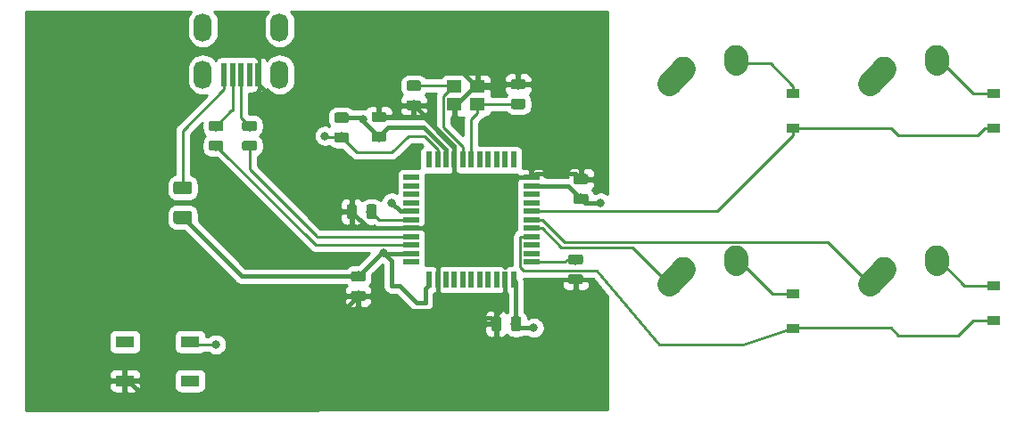
<source format=gbl>
G04 #@! TF.GenerationSoftware,KiCad,Pcbnew,(5.1.4)-1*
G04 #@! TF.CreationDate,2023-10-04T08:31:49-04:00*
G04 #@! TF.ProjectId,ai03-pcb-guide,61693033-2d70-4636-922d-67756964652e,rev?*
G04 #@! TF.SameCoordinates,Original*
G04 #@! TF.FileFunction,Copper,L2,Bot*
G04 #@! TF.FilePolarity,Positive*
%FSLAX46Y46*%
G04 Gerber Fmt 4.6, Leading zero omitted, Abs format (unit mm)*
G04 Created by KiCad (PCBNEW (5.1.4)-1) date 2023-10-04 08:31:49*
%MOMM*%
%LPD*%
G04 APERTURE LIST*
%ADD10R,1.400000X1.200000*%
%ADD11O,1.700000X2.700000*%
%ADD12R,0.500000X2.250000*%
%ADD13R,0.550000X1.500000*%
%ADD14R,1.500000X0.550000*%
%ADD15R,1.800000X1.100000*%
%ADD16C,0.100000*%
%ADD17C,0.975000*%
%ADD18C,2.250000*%
%ADD19C,2.250000*%
%ADD20C,1.250000*%
%ADD21R,1.200000X0.900000*%
%ADD22C,0.800000*%
%ADD23C,0.381000*%
%ADD24C,0.254000*%
G04 APERTURE END LIST*
D10*
X225636000Y-94527000D03*
X223436000Y-94527000D03*
X223436000Y-96227000D03*
X225636000Y-96227000D03*
D11*
X199550000Y-88900000D03*
X206850000Y-88900000D03*
X206850000Y-93400000D03*
X199550000Y-93400000D03*
D12*
X201600000Y-93400000D03*
X202400000Y-93400000D03*
X203200000Y-93400000D03*
X204000000Y-93400000D03*
X204800000Y-93400000D03*
D13*
X221044000Y-112888000D03*
X221844000Y-112888000D03*
X222644000Y-112888000D03*
X223444000Y-112888000D03*
X224244000Y-112888000D03*
X225044000Y-112888000D03*
X225844000Y-112888000D03*
X226644000Y-112888000D03*
X227444000Y-112888000D03*
X228244000Y-112888000D03*
X229044000Y-112888000D03*
D14*
X230744000Y-111188000D03*
X230744000Y-110388000D03*
X230744000Y-109588000D03*
X230744000Y-108788000D03*
X230744000Y-107988000D03*
X230744000Y-107188000D03*
X230744000Y-106388000D03*
X230744000Y-105588000D03*
X230744000Y-104788000D03*
X230744000Y-103988000D03*
X230744000Y-103188000D03*
D13*
X229044000Y-101488000D03*
X228244000Y-101488000D03*
X227444000Y-101488000D03*
X226644000Y-101488000D03*
X225844000Y-101488000D03*
X225044000Y-101488000D03*
X224244000Y-101488000D03*
X223444000Y-101488000D03*
X222644000Y-101488000D03*
X221844000Y-101488000D03*
X221044000Y-101488000D03*
D14*
X219344000Y-103188000D03*
X219344000Y-103988000D03*
X219344000Y-104788000D03*
X219344000Y-105588000D03*
X219344000Y-106388000D03*
X219344000Y-107188000D03*
X219344000Y-107988000D03*
X219344000Y-108788000D03*
X219344000Y-109588000D03*
X219344000Y-110388000D03*
X219344000Y-111188000D03*
D15*
X198362500Y-122500000D03*
X192162500Y-118800000D03*
X198362500Y-118800000D03*
X192162500Y-122500000D03*
D16*
G36*
X235430142Y-110494924D02*
G01*
X235453803Y-110498434D01*
X235477007Y-110504246D01*
X235499529Y-110512304D01*
X235521153Y-110522532D01*
X235541670Y-110534829D01*
X235560883Y-110549079D01*
X235578607Y-110565143D01*
X235594671Y-110582867D01*
X235608921Y-110602080D01*
X235621218Y-110622597D01*
X235631446Y-110644221D01*
X235639504Y-110666743D01*
X235645316Y-110689947D01*
X235648826Y-110713608D01*
X235650000Y-110737500D01*
X235650000Y-111225000D01*
X235648826Y-111248892D01*
X235645316Y-111272553D01*
X235639504Y-111295757D01*
X235631446Y-111318279D01*
X235621218Y-111339903D01*
X235608921Y-111360420D01*
X235594671Y-111379633D01*
X235578607Y-111397357D01*
X235560883Y-111413421D01*
X235541670Y-111427671D01*
X235521153Y-111439968D01*
X235499529Y-111450196D01*
X235477007Y-111458254D01*
X235453803Y-111464066D01*
X235430142Y-111467576D01*
X235406250Y-111468750D01*
X234493750Y-111468750D01*
X234469858Y-111467576D01*
X234446197Y-111464066D01*
X234422993Y-111458254D01*
X234400471Y-111450196D01*
X234378847Y-111439968D01*
X234358330Y-111427671D01*
X234339117Y-111413421D01*
X234321393Y-111397357D01*
X234305329Y-111379633D01*
X234291079Y-111360420D01*
X234278782Y-111339903D01*
X234268554Y-111318279D01*
X234260496Y-111295757D01*
X234254684Y-111272553D01*
X234251174Y-111248892D01*
X234250000Y-111225000D01*
X234250000Y-110737500D01*
X234251174Y-110713608D01*
X234254684Y-110689947D01*
X234260496Y-110666743D01*
X234268554Y-110644221D01*
X234278782Y-110622597D01*
X234291079Y-110602080D01*
X234305329Y-110582867D01*
X234321393Y-110565143D01*
X234339117Y-110549079D01*
X234358330Y-110534829D01*
X234378847Y-110522532D01*
X234400471Y-110512304D01*
X234422993Y-110504246D01*
X234446197Y-110498434D01*
X234469858Y-110494924D01*
X234493750Y-110493750D01*
X235406250Y-110493750D01*
X235430142Y-110494924D01*
X235430142Y-110494924D01*
G37*
D17*
X234950000Y-110981250D03*
D16*
G36*
X235430142Y-112369924D02*
G01*
X235453803Y-112373434D01*
X235477007Y-112379246D01*
X235499529Y-112387304D01*
X235521153Y-112397532D01*
X235541670Y-112409829D01*
X235560883Y-112424079D01*
X235578607Y-112440143D01*
X235594671Y-112457867D01*
X235608921Y-112477080D01*
X235621218Y-112497597D01*
X235631446Y-112519221D01*
X235639504Y-112541743D01*
X235645316Y-112564947D01*
X235648826Y-112588608D01*
X235650000Y-112612500D01*
X235650000Y-113100000D01*
X235648826Y-113123892D01*
X235645316Y-113147553D01*
X235639504Y-113170757D01*
X235631446Y-113193279D01*
X235621218Y-113214903D01*
X235608921Y-113235420D01*
X235594671Y-113254633D01*
X235578607Y-113272357D01*
X235560883Y-113288421D01*
X235541670Y-113302671D01*
X235521153Y-113314968D01*
X235499529Y-113325196D01*
X235477007Y-113333254D01*
X235453803Y-113339066D01*
X235430142Y-113342576D01*
X235406250Y-113343750D01*
X234493750Y-113343750D01*
X234469858Y-113342576D01*
X234446197Y-113339066D01*
X234422993Y-113333254D01*
X234400471Y-113325196D01*
X234378847Y-113314968D01*
X234358330Y-113302671D01*
X234339117Y-113288421D01*
X234321393Y-113272357D01*
X234305329Y-113254633D01*
X234291079Y-113235420D01*
X234278782Y-113214903D01*
X234268554Y-113193279D01*
X234260496Y-113170757D01*
X234254684Y-113147553D01*
X234251174Y-113123892D01*
X234250000Y-113100000D01*
X234250000Y-112612500D01*
X234251174Y-112588608D01*
X234254684Y-112564947D01*
X234260496Y-112541743D01*
X234268554Y-112519221D01*
X234278782Y-112497597D01*
X234291079Y-112477080D01*
X234305329Y-112457867D01*
X234321393Y-112440143D01*
X234339117Y-112424079D01*
X234358330Y-112409829D01*
X234378847Y-112397532D01*
X234400471Y-112387304D01*
X234422993Y-112379246D01*
X234446197Y-112373434D01*
X234469858Y-112369924D01*
X234493750Y-112368750D01*
X235406250Y-112368750D01*
X235430142Y-112369924D01*
X235430142Y-112369924D01*
G37*
D17*
X234950000Y-112856250D03*
D16*
G36*
X201298892Y-97794924D02*
G01*
X201322553Y-97798434D01*
X201345757Y-97804246D01*
X201368279Y-97812304D01*
X201389903Y-97822532D01*
X201410420Y-97834829D01*
X201429633Y-97849079D01*
X201447357Y-97865143D01*
X201463421Y-97882867D01*
X201477671Y-97902080D01*
X201489968Y-97922597D01*
X201500196Y-97944221D01*
X201508254Y-97966743D01*
X201514066Y-97989947D01*
X201517576Y-98013608D01*
X201518750Y-98037500D01*
X201518750Y-98525000D01*
X201517576Y-98548892D01*
X201514066Y-98572553D01*
X201508254Y-98595757D01*
X201500196Y-98618279D01*
X201489968Y-98639903D01*
X201477671Y-98660420D01*
X201463421Y-98679633D01*
X201447357Y-98697357D01*
X201429633Y-98713421D01*
X201410420Y-98727671D01*
X201389903Y-98739968D01*
X201368279Y-98750196D01*
X201345757Y-98758254D01*
X201322553Y-98764066D01*
X201298892Y-98767576D01*
X201275000Y-98768750D01*
X200362500Y-98768750D01*
X200338608Y-98767576D01*
X200314947Y-98764066D01*
X200291743Y-98758254D01*
X200269221Y-98750196D01*
X200247597Y-98739968D01*
X200227080Y-98727671D01*
X200207867Y-98713421D01*
X200190143Y-98697357D01*
X200174079Y-98679633D01*
X200159829Y-98660420D01*
X200147532Y-98639903D01*
X200137304Y-98618279D01*
X200129246Y-98595757D01*
X200123434Y-98572553D01*
X200119924Y-98548892D01*
X200118750Y-98525000D01*
X200118750Y-98037500D01*
X200119924Y-98013608D01*
X200123434Y-97989947D01*
X200129246Y-97966743D01*
X200137304Y-97944221D01*
X200147532Y-97922597D01*
X200159829Y-97902080D01*
X200174079Y-97882867D01*
X200190143Y-97865143D01*
X200207867Y-97849079D01*
X200227080Y-97834829D01*
X200247597Y-97822532D01*
X200269221Y-97812304D01*
X200291743Y-97804246D01*
X200314947Y-97798434D01*
X200338608Y-97794924D01*
X200362500Y-97793750D01*
X201275000Y-97793750D01*
X201298892Y-97794924D01*
X201298892Y-97794924D01*
G37*
D17*
X200818750Y-98281250D03*
D16*
G36*
X201298892Y-99669924D02*
G01*
X201322553Y-99673434D01*
X201345757Y-99679246D01*
X201368279Y-99687304D01*
X201389903Y-99697532D01*
X201410420Y-99709829D01*
X201429633Y-99724079D01*
X201447357Y-99740143D01*
X201463421Y-99757867D01*
X201477671Y-99777080D01*
X201489968Y-99797597D01*
X201500196Y-99819221D01*
X201508254Y-99841743D01*
X201514066Y-99864947D01*
X201517576Y-99888608D01*
X201518750Y-99912500D01*
X201518750Y-100400000D01*
X201517576Y-100423892D01*
X201514066Y-100447553D01*
X201508254Y-100470757D01*
X201500196Y-100493279D01*
X201489968Y-100514903D01*
X201477671Y-100535420D01*
X201463421Y-100554633D01*
X201447357Y-100572357D01*
X201429633Y-100588421D01*
X201410420Y-100602671D01*
X201389903Y-100614968D01*
X201368279Y-100625196D01*
X201345757Y-100633254D01*
X201322553Y-100639066D01*
X201298892Y-100642576D01*
X201275000Y-100643750D01*
X200362500Y-100643750D01*
X200338608Y-100642576D01*
X200314947Y-100639066D01*
X200291743Y-100633254D01*
X200269221Y-100625196D01*
X200247597Y-100614968D01*
X200227080Y-100602671D01*
X200207867Y-100588421D01*
X200190143Y-100572357D01*
X200174079Y-100554633D01*
X200159829Y-100535420D01*
X200147532Y-100514903D01*
X200137304Y-100493279D01*
X200129246Y-100470757D01*
X200123434Y-100447553D01*
X200119924Y-100423892D01*
X200118750Y-100400000D01*
X200118750Y-99912500D01*
X200119924Y-99888608D01*
X200123434Y-99864947D01*
X200129246Y-99841743D01*
X200137304Y-99819221D01*
X200147532Y-99797597D01*
X200159829Y-99777080D01*
X200174079Y-99757867D01*
X200190143Y-99740143D01*
X200207867Y-99724079D01*
X200227080Y-99709829D01*
X200247597Y-99697532D01*
X200269221Y-99687304D01*
X200291743Y-99679246D01*
X200314947Y-99673434D01*
X200338608Y-99669924D01*
X200362500Y-99668750D01*
X201275000Y-99668750D01*
X201298892Y-99669924D01*
X201298892Y-99669924D01*
G37*
D17*
X200818750Y-100156250D03*
D16*
G36*
X204473892Y-97794924D02*
G01*
X204497553Y-97798434D01*
X204520757Y-97804246D01*
X204543279Y-97812304D01*
X204564903Y-97822532D01*
X204585420Y-97834829D01*
X204604633Y-97849079D01*
X204622357Y-97865143D01*
X204638421Y-97882867D01*
X204652671Y-97902080D01*
X204664968Y-97922597D01*
X204675196Y-97944221D01*
X204683254Y-97966743D01*
X204689066Y-97989947D01*
X204692576Y-98013608D01*
X204693750Y-98037500D01*
X204693750Y-98525000D01*
X204692576Y-98548892D01*
X204689066Y-98572553D01*
X204683254Y-98595757D01*
X204675196Y-98618279D01*
X204664968Y-98639903D01*
X204652671Y-98660420D01*
X204638421Y-98679633D01*
X204622357Y-98697357D01*
X204604633Y-98713421D01*
X204585420Y-98727671D01*
X204564903Y-98739968D01*
X204543279Y-98750196D01*
X204520757Y-98758254D01*
X204497553Y-98764066D01*
X204473892Y-98767576D01*
X204450000Y-98768750D01*
X203537500Y-98768750D01*
X203513608Y-98767576D01*
X203489947Y-98764066D01*
X203466743Y-98758254D01*
X203444221Y-98750196D01*
X203422597Y-98739968D01*
X203402080Y-98727671D01*
X203382867Y-98713421D01*
X203365143Y-98697357D01*
X203349079Y-98679633D01*
X203334829Y-98660420D01*
X203322532Y-98639903D01*
X203312304Y-98618279D01*
X203304246Y-98595757D01*
X203298434Y-98572553D01*
X203294924Y-98548892D01*
X203293750Y-98525000D01*
X203293750Y-98037500D01*
X203294924Y-98013608D01*
X203298434Y-97989947D01*
X203304246Y-97966743D01*
X203312304Y-97944221D01*
X203322532Y-97922597D01*
X203334829Y-97902080D01*
X203349079Y-97882867D01*
X203365143Y-97865143D01*
X203382867Y-97849079D01*
X203402080Y-97834829D01*
X203422597Y-97822532D01*
X203444221Y-97812304D01*
X203466743Y-97804246D01*
X203489947Y-97798434D01*
X203513608Y-97794924D01*
X203537500Y-97793750D01*
X204450000Y-97793750D01*
X204473892Y-97794924D01*
X204473892Y-97794924D01*
G37*
D17*
X203993750Y-98281250D03*
D16*
G36*
X204473892Y-99669924D02*
G01*
X204497553Y-99673434D01*
X204520757Y-99679246D01*
X204543279Y-99687304D01*
X204564903Y-99697532D01*
X204585420Y-99709829D01*
X204604633Y-99724079D01*
X204622357Y-99740143D01*
X204638421Y-99757867D01*
X204652671Y-99777080D01*
X204664968Y-99797597D01*
X204675196Y-99819221D01*
X204683254Y-99841743D01*
X204689066Y-99864947D01*
X204692576Y-99888608D01*
X204693750Y-99912500D01*
X204693750Y-100400000D01*
X204692576Y-100423892D01*
X204689066Y-100447553D01*
X204683254Y-100470757D01*
X204675196Y-100493279D01*
X204664968Y-100514903D01*
X204652671Y-100535420D01*
X204638421Y-100554633D01*
X204622357Y-100572357D01*
X204604633Y-100588421D01*
X204585420Y-100602671D01*
X204564903Y-100614968D01*
X204543279Y-100625196D01*
X204520757Y-100633254D01*
X204497553Y-100639066D01*
X204473892Y-100642576D01*
X204450000Y-100643750D01*
X203537500Y-100643750D01*
X203513608Y-100642576D01*
X203489947Y-100639066D01*
X203466743Y-100633254D01*
X203444221Y-100625196D01*
X203422597Y-100614968D01*
X203402080Y-100602671D01*
X203382867Y-100588421D01*
X203365143Y-100572357D01*
X203349079Y-100554633D01*
X203334829Y-100535420D01*
X203322532Y-100514903D01*
X203312304Y-100493279D01*
X203304246Y-100470757D01*
X203298434Y-100447553D01*
X203294924Y-100423892D01*
X203293750Y-100400000D01*
X203293750Y-99912500D01*
X203294924Y-99888608D01*
X203298434Y-99864947D01*
X203304246Y-99841743D01*
X203312304Y-99819221D01*
X203322532Y-99797597D01*
X203334829Y-99777080D01*
X203349079Y-99757867D01*
X203365143Y-99740143D01*
X203382867Y-99724079D01*
X203402080Y-99709829D01*
X203422597Y-99697532D01*
X203444221Y-99687304D01*
X203466743Y-99679246D01*
X203489947Y-99673434D01*
X203513608Y-99669924D01*
X203537500Y-99668750D01*
X204450000Y-99668750D01*
X204473892Y-99669924D01*
X204473892Y-99669924D01*
G37*
D17*
X203993750Y-100156250D03*
D16*
G36*
X213205142Y-98876174D02*
G01*
X213228803Y-98879684D01*
X213252007Y-98885496D01*
X213274529Y-98893554D01*
X213296153Y-98903782D01*
X213316670Y-98916079D01*
X213335883Y-98930329D01*
X213353607Y-98946393D01*
X213369671Y-98964117D01*
X213383921Y-98983330D01*
X213396218Y-99003847D01*
X213406446Y-99025471D01*
X213414504Y-99047993D01*
X213420316Y-99071197D01*
X213423826Y-99094858D01*
X213425000Y-99118750D01*
X213425000Y-99606250D01*
X213423826Y-99630142D01*
X213420316Y-99653803D01*
X213414504Y-99677007D01*
X213406446Y-99699529D01*
X213396218Y-99721153D01*
X213383921Y-99741670D01*
X213369671Y-99760883D01*
X213353607Y-99778607D01*
X213335883Y-99794671D01*
X213316670Y-99808921D01*
X213296153Y-99821218D01*
X213274529Y-99831446D01*
X213252007Y-99839504D01*
X213228803Y-99845316D01*
X213205142Y-99848826D01*
X213181250Y-99850000D01*
X212268750Y-99850000D01*
X212244858Y-99848826D01*
X212221197Y-99845316D01*
X212197993Y-99839504D01*
X212175471Y-99831446D01*
X212153847Y-99821218D01*
X212133330Y-99808921D01*
X212114117Y-99794671D01*
X212096393Y-99778607D01*
X212080329Y-99760883D01*
X212066079Y-99741670D01*
X212053782Y-99721153D01*
X212043554Y-99699529D01*
X212035496Y-99677007D01*
X212029684Y-99653803D01*
X212026174Y-99630142D01*
X212025000Y-99606250D01*
X212025000Y-99118750D01*
X212026174Y-99094858D01*
X212029684Y-99071197D01*
X212035496Y-99047993D01*
X212043554Y-99025471D01*
X212053782Y-99003847D01*
X212066079Y-98983330D01*
X212080329Y-98964117D01*
X212096393Y-98946393D01*
X212114117Y-98930329D01*
X212133330Y-98916079D01*
X212153847Y-98903782D01*
X212175471Y-98893554D01*
X212197993Y-98885496D01*
X212221197Y-98879684D01*
X212244858Y-98876174D01*
X212268750Y-98875000D01*
X213181250Y-98875000D01*
X213205142Y-98876174D01*
X213205142Y-98876174D01*
G37*
D17*
X212725000Y-99362500D03*
D16*
G36*
X213205142Y-97001174D02*
G01*
X213228803Y-97004684D01*
X213252007Y-97010496D01*
X213274529Y-97018554D01*
X213296153Y-97028782D01*
X213316670Y-97041079D01*
X213335883Y-97055329D01*
X213353607Y-97071393D01*
X213369671Y-97089117D01*
X213383921Y-97108330D01*
X213396218Y-97128847D01*
X213406446Y-97150471D01*
X213414504Y-97172993D01*
X213420316Y-97196197D01*
X213423826Y-97219858D01*
X213425000Y-97243750D01*
X213425000Y-97731250D01*
X213423826Y-97755142D01*
X213420316Y-97778803D01*
X213414504Y-97802007D01*
X213406446Y-97824529D01*
X213396218Y-97846153D01*
X213383921Y-97866670D01*
X213369671Y-97885883D01*
X213353607Y-97903607D01*
X213335883Y-97919671D01*
X213316670Y-97933921D01*
X213296153Y-97946218D01*
X213274529Y-97956446D01*
X213252007Y-97964504D01*
X213228803Y-97970316D01*
X213205142Y-97973826D01*
X213181250Y-97975000D01*
X212268750Y-97975000D01*
X212244858Y-97973826D01*
X212221197Y-97970316D01*
X212197993Y-97964504D01*
X212175471Y-97956446D01*
X212153847Y-97946218D01*
X212133330Y-97933921D01*
X212114117Y-97919671D01*
X212096393Y-97903607D01*
X212080329Y-97885883D01*
X212066079Y-97866670D01*
X212053782Y-97846153D01*
X212043554Y-97824529D01*
X212035496Y-97802007D01*
X212029684Y-97778803D01*
X212026174Y-97755142D01*
X212025000Y-97731250D01*
X212025000Y-97243750D01*
X212026174Y-97219858D01*
X212029684Y-97196197D01*
X212035496Y-97172993D01*
X212043554Y-97150471D01*
X212053782Y-97128847D01*
X212066079Y-97108330D01*
X212080329Y-97089117D01*
X212096393Y-97071393D01*
X212114117Y-97055329D01*
X212133330Y-97041079D01*
X212153847Y-97028782D01*
X212175471Y-97018554D01*
X212197993Y-97010496D01*
X212221197Y-97004684D01*
X212244858Y-97001174D01*
X212268750Y-97000000D01*
X213181250Y-97000000D01*
X213205142Y-97001174D01*
X213205142Y-97001174D01*
G37*
D17*
X212725000Y-97487500D03*
D18*
X264200000Y-111887500D03*
X263545001Y-112617500D03*
D19*
X262890000Y-113347500D02*
X264200002Y-111887500D01*
D18*
X269240000Y-110807500D03*
X269220000Y-111097500D03*
D19*
X269200000Y-111387500D02*
X269240000Y-110807500D01*
D18*
X245150000Y-111887500D03*
X244495001Y-112617500D03*
D19*
X243840000Y-113347500D02*
X245150002Y-111887500D01*
D18*
X250190000Y-110807500D03*
X250170000Y-111097500D03*
D19*
X250150000Y-111387500D02*
X250190000Y-110807500D01*
D18*
X264200000Y-92837500D03*
X263545001Y-93567500D03*
D19*
X262890000Y-94297500D02*
X264200002Y-92837500D01*
D18*
X269240000Y-91757500D03*
X269220000Y-92047500D03*
D19*
X269200000Y-92337500D02*
X269240000Y-91757500D01*
D18*
X245150000Y-92837500D03*
X244495001Y-93567500D03*
D19*
X243840000Y-94297500D02*
X245150002Y-92837500D01*
D18*
X250190000Y-91757500D03*
X250170000Y-92047500D03*
D19*
X250150000Y-92337500D02*
X250190000Y-91757500D01*
D16*
G36*
X198293254Y-103544954D02*
G01*
X198317523Y-103548554D01*
X198341321Y-103554515D01*
X198364421Y-103562780D01*
X198386599Y-103573270D01*
X198407643Y-103585883D01*
X198427348Y-103600497D01*
X198445527Y-103616973D01*
X198462003Y-103635152D01*
X198476617Y-103654857D01*
X198489230Y-103675901D01*
X198499720Y-103698079D01*
X198507985Y-103721179D01*
X198513946Y-103744977D01*
X198517546Y-103769246D01*
X198518750Y-103793750D01*
X198518750Y-104543750D01*
X198517546Y-104568254D01*
X198513946Y-104592523D01*
X198507985Y-104616321D01*
X198499720Y-104639421D01*
X198489230Y-104661599D01*
X198476617Y-104682643D01*
X198462003Y-104702348D01*
X198445527Y-104720527D01*
X198427348Y-104737003D01*
X198407643Y-104751617D01*
X198386599Y-104764230D01*
X198364421Y-104774720D01*
X198341321Y-104782985D01*
X198317523Y-104788946D01*
X198293254Y-104792546D01*
X198268750Y-104793750D01*
X197018750Y-104793750D01*
X196994246Y-104792546D01*
X196969977Y-104788946D01*
X196946179Y-104782985D01*
X196923079Y-104774720D01*
X196900901Y-104764230D01*
X196879857Y-104751617D01*
X196860152Y-104737003D01*
X196841973Y-104720527D01*
X196825497Y-104702348D01*
X196810883Y-104682643D01*
X196798270Y-104661599D01*
X196787780Y-104639421D01*
X196779515Y-104616321D01*
X196773554Y-104592523D01*
X196769954Y-104568254D01*
X196768750Y-104543750D01*
X196768750Y-103793750D01*
X196769954Y-103769246D01*
X196773554Y-103744977D01*
X196779515Y-103721179D01*
X196787780Y-103698079D01*
X196798270Y-103675901D01*
X196810883Y-103654857D01*
X196825497Y-103635152D01*
X196841973Y-103616973D01*
X196860152Y-103600497D01*
X196879857Y-103585883D01*
X196900901Y-103573270D01*
X196923079Y-103562780D01*
X196946179Y-103554515D01*
X196969977Y-103548554D01*
X196994246Y-103544954D01*
X197018750Y-103543750D01*
X198268750Y-103543750D01*
X198293254Y-103544954D01*
X198293254Y-103544954D01*
G37*
D20*
X197643750Y-104168750D03*
D16*
G36*
X198293254Y-106344954D02*
G01*
X198317523Y-106348554D01*
X198341321Y-106354515D01*
X198364421Y-106362780D01*
X198386599Y-106373270D01*
X198407643Y-106385883D01*
X198427348Y-106400497D01*
X198445527Y-106416973D01*
X198462003Y-106435152D01*
X198476617Y-106454857D01*
X198489230Y-106475901D01*
X198499720Y-106498079D01*
X198507985Y-106521179D01*
X198513946Y-106544977D01*
X198517546Y-106569246D01*
X198518750Y-106593750D01*
X198518750Y-107343750D01*
X198517546Y-107368254D01*
X198513946Y-107392523D01*
X198507985Y-107416321D01*
X198499720Y-107439421D01*
X198489230Y-107461599D01*
X198476617Y-107482643D01*
X198462003Y-107502348D01*
X198445527Y-107520527D01*
X198427348Y-107537003D01*
X198407643Y-107551617D01*
X198386599Y-107564230D01*
X198364421Y-107574720D01*
X198341321Y-107582985D01*
X198317523Y-107588946D01*
X198293254Y-107592546D01*
X198268750Y-107593750D01*
X197018750Y-107593750D01*
X196994246Y-107592546D01*
X196969977Y-107588946D01*
X196946179Y-107582985D01*
X196923079Y-107574720D01*
X196900901Y-107564230D01*
X196879857Y-107551617D01*
X196860152Y-107537003D01*
X196841973Y-107520527D01*
X196825497Y-107502348D01*
X196810883Y-107482643D01*
X196798270Y-107461599D01*
X196787780Y-107439421D01*
X196779515Y-107416321D01*
X196773554Y-107392523D01*
X196769954Y-107368254D01*
X196768750Y-107343750D01*
X196768750Y-106593750D01*
X196769954Y-106569246D01*
X196773554Y-106544977D01*
X196779515Y-106521179D01*
X196787780Y-106498079D01*
X196798270Y-106475901D01*
X196810883Y-106454857D01*
X196825497Y-106435152D01*
X196841973Y-106416973D01*
X196860152Y-106400497D01*
X196879857Y-106385883D01*
X196900901Y-106373270D01*
X196923079Y-106362780D01*
X196946179Y-106354515D01*
X196969977Y-106348554D01*
X196994246Y-106344954D01*
X197018750Y-106343750D01*
X198268750Y-106343750D01*
X198293254Y-106344954D01*
X198293254Y-106344954D01*
G37*
D20*
X197643750Y-106968750D03*
D21*
X274637500Y-113443750D03*
X274637500Y-116743750D03*
X255587500Y-114237500D03*
X255587500Y-117537500D03*
X274637500Y-95187500D03*
X274637500Y-98487500D03*
X255587500Y-95187500D03*
X255587500Y-98487500D03*
D16*
G36*
X214792642Y-113957424D02*
G01*
X214816303Y-113960934D01*
X214839507Y-113966746D01*
X214862029Y-113974804D01*
X214883653Y-113985032D01*
X214904170Y-113997329D01*
X214923383Y-114011579D01*
X214941107Y-114027643D01*
X214957171Y-114045367D01*
X214971421Y-114064580D01*
X214983718Y-114085097D01*
X214993946Y-114106721D01*
X215002004Y-114129243D01*
X215007816Y-114152447D01*
X215011326Y-114176108D01*
X215012500Y-114200000D01*
X215012500Y-114687500D01*
X215011326Y-114711392D01*
X215007816Y-114735053D01*
X215002004Y-114758257D01*
X214993946Y-114780779D01*
X214983718Y-114802403D01*
X214971421Y-114822920D01*
X214957171Y-114842133D01*
X214941107Y-114859857D01*
X214923383Y-114875921D01*
X214904170Y-114890171D01*
X214883653Y-114902468D01*
X214862029Y-114912696D01*
X214839507Y-114920754D01*
X214816303Y-114926566D01*
X214792642Y-114930076D01*
X214768750Y-114931250D01*
X213856250Y-114931250D01*
X213832358Y-114930076D01*
X213808697Y-114926566D01*
X213785493Y-114920754D01*
X213762971Y-114912696D01*
X213741347Y-114902468D01*
X213720830Y-114890171D01*
X213701617Y-114875921D01*
X213683893Y-114859857D01*
X213667829Y-114842133D01*
X213653579Y-114822920D01*
X213641282Y-114802403D01*
X213631054Y-114780779D01*
X213622996Y-114758257D01*
X213617184Y-114735053D01*
X213613674Y-114711392D01*
X213612500Y-114687500D01*
X213612500Y-114200000D01*
X213613674Y-114176108D01*
X213617184Y-114152447D01*
X213622996Y-114129243D01*
X213631054Y-114106721D01*
X213641282Y-114085097D01*
X213653579Y-114064580D01*
X213667829Y-114045367D01*
X213683893Y-114027643D01*
X213701617Y-114011579D01*
X213720830Y-113997329D01*
X213741347Y-113985032D01*
X213762971Y-113974804D01*
X213785493Y-113966746D01*
X213808697Y-113960934D01*
X213832358Y-113957424D01*
X213856250Y-113956250D01*
X214768750Y-113956250D01*
X214792642Y-113957424D01*
X214792642Y-113957424D01*
G37*
D17*
X214312500Y-114443750D03*
D16*
G36*
X214792642Y-112082424D02*
G01*
X214816303Y-112085934D01*
X214839507Y-112091746D01*
X214862029Y-112099804D01*
X214883653Y-112110032D01*
X214904170Y-112122329D01*
X214923383Y-112136579D01*
X214941107Y-112152643D01*
X214957171Y-112170367D01*
X214971421Y-112189580D01*
X214983718Y-112210097D01*
X214993946Y-112231721D01*
X215002004Y-112254243D01*
X215007816Y-112277447D01*
X215011326Y-112301108D01*
X215012500Y-112325000D01*
X215012500Y-112812500D01*
X215011326Y-112836392D01*
X215007816Y-112860053D01*
X215002004Y-112883257D01*
X214993946Y-112905779D01*
X214983718Y-112927403D01*
X214971421Y-112947920D01*
X214957171Y-112967133D01*
X214941107Y-112984857D01*
X214923383Y-113000921D01*
X214904170Y-113015171D01*
X214883653Y-113027468D01*
X214862029Y-113037696D01*
X214839507Y-113045754D01*
X214816303Y-113051566D01*
X214792642Y-113055076D01*
X214768750Y-113056250D01*
X213856250Y-113056250D01*
X213832358Y-113055076D01*
X213808697Y-113051566D01*
X213785493Y-113045754D01*
X213762971Y-113037696D01*
X213741347Y-113027468D01*
X213720830Y-113015171D01*
X213701617Y-113000921D01*
X213683893Y-112984857D01*
X213667829Y-112967133D01*
X213653579Y-112947920D01*
X213641282Y-112927403D01*
X213631054Y-112905779D01*
X213622996Y-112883257D01*
X213617184Y-112860053D01*
X213613674Y-112836392D01*
X213612500Y-112812500D01*
X213612500Y-112325000D01*
X213613674Y-112301108D01*
X213617184Y-112277447D01*
X213622996Y-112254243D01*
X213631054Y-112231721D01*
X213641282Y-112210097D01*
X213653579Y-112189580D01*
X213667829Y-112170367D01*
X213683893Y-112152643D01*
X213701617Y-112136579D01*
X213720830Y-112122329D01*
X213741347Y-112110032D01*
X213762971Y-112099804D01*
X213785493Y-112091746D01*
X213808697Y-112085934D01*
X213832358Y-112082424D01*
X213856250Y-112081250D01*
X214768750Y-112081250D01*
X214792642Y-112082424D01*
X214792642Y-112082424D01*
G37*
D17*
X214312500Y-112568750D03*
D16*
G36*
X227676142Y-116395174D02*
G01*
X227699803Y-116398684D01*
X227723007Y-116404496D01*
X227745529Y-116412554D01*
X227767153Y-116422782D01*
X227787670Y-116435079D01*
X227806883Y-116449329D01*
X227824607Y-116465393D01*
X227840671Y-116483117D01*
X227854921Y-116502330D01*
X227867218Y-116522847D01*
X227877446Y-116544471D01*
X227885504Y-116566993D01*
X227891316Y-116590197D01*
X227894826Y-116613858D01*
X227896000Y-116637750D01*
X227896000Y-117550250D01*
X227894826Y-117574142D01*
X227891316Y-117597803D01*
X227885504Y-117621007D01*
X227877446Y-117643529D01*
X227867218Y-117665153D01*
X227854921Y-117685670D01*
X227840671Y-117704883D01*
X227824607Y-117722607D01*
X227806883Y-117738671D01*
X227787670Y-117752921D01*
X227767153Y-117765218D01*
X227745529Y-117775446D01*
X227723007Y-117783504D01*
X227699803Y-117789316D01*
X227676142Y-117792826D01*
X227652250Y-117794000D01*
X227164750Y-117794000D01*
X227140858Y-117792826D01*
X227117197Y-117789316D01*
X227093993Y-117783504D01*
X227071471Y-117775446D01*
X227049847Y-117765218D01*
X227029330Y-117752921D01*
X227010117Y-117738671D01*
X226992393Y-117722607D01*
X226976329Y-117704883D01*
X226962079Y-117685670D01*
X226949782Y-117665153D01*
X226939554Y-117643529D01*
X226931496Y-117621007D01*
X226925684Y-117597803D01*
X226922174Y-117574142D01*
X226921000Y-117550250D01*
X226921000Y-116637750D01*
X226922174Y-116613858D01*
X226925684Y-116590197D01*
X226931496Y-116566993D01*
X226939554Y-116544471D01*
X226949782Y-116522847D01*
X226962079Y-116502330D01*
X226976329Y-116483117D01*
X226992393Y-116465393D01*
X227010117Y-116449329D01*
X227029330Y-116435079D01*
X227049847Y-116422782D01*
X227071471Y-116412554D01*
X227093993Y-116404496D01*
X227117197Y-116398684D01*
X227140858Y-116395174D01*
X227164750Y-116394000D01*
X227652250Y-116394000D01*
X227676142Y-116395174D01*
X227676142Y-116395174D01*
G37*
D17*
X227408500Y-117094000D03*
D16*
G36*
X229551142Y-116395174D02*
G01*
X229574803Y-116398684D01*
X229598007Y-116404496D01*
X229620529Y-116412554D01*
X229642153Y-116422782D01*
X229662670Y-116435079D01*
X229681883Y-116449329D01*
X229699607Y-116465393D01*
X229715671Y-116483117D01*
X229729921Y-116502330D01*
X229742218Y-116522847D01*
X229752446Y-116544471D01*
X229760504Y-116566993D01*
X229766316Y-116590197D01*
X229769826Y-116613858D01*
X229771000Y-116637750D01*
X229771000Y-117550250D01*
X229769826Y-117574142D01*
X229766316Y-117597803D01*
X229760504Y-117621007D01*
X229752446Y-117643529D01*
X229742218Y-117665153D01*
X229729921Y-117685670D01*
X229715671Y-117704883D01*
X229699607Y-117722607D01*
X229681883Y-117738671D01*
X229662670Y-117752921D01*
X229642153Y-117765218D01*
X229620529Y-117775446D01*
X229598007Y-117783504D01*
X229574803Y-117789316D01*
X229551142Y-117792826D01*
X229527250Y-117794000D01*
X229039750Y-117794000D01*
X229015858Y-117792826D01*
X228992197Y-117789316D01*
X228968993Y-117783504D01*
X228946471Y-117775446D01*
X228924847Y-117765218D01*
X228904330Y-117752921D01*
X228885117Y-117738671D01*
X228867393Y-117722607D01*
X228851329Y-117704883D01*
X228837079Y-117685670D01*
X228824782Y-117665153D01*
X228814554Y-117643529D01*
X228806496Y-117621007D01*
X228800684Y-117597803D01*
X228797174Y-117574142D01*
X228796000Y-117550250D01*
X228796000Y-116637750D01*
X228797174Y-116613858D01*
X228800684Y-116590197D01*
X228806496Y-116566993D01*
X228814554Y-116544471D01*
X228824782Y-116522847D01*
X228837079Y-116502330D01*
X228851329Y-116483117D01*
X228867393Y-116465393D01*
X228885117Y-116449329D01*
X228904330Y-116435079D01*
X228924847Y-116422782D01*
X228946471Y-116412554D01*
X228968993Y-116404496D01*
X228992197Y-116398684D01*
X229015858Y-116395174D01*
X229039750Y-116394000D01*
X229527250Y-116394000D01*
X229551142Y-116395174D01*
X229551142Y-116395174D01*
G37*
D17*
X229283500Y-117094000D03*
D16*
G36*
X235938142Y-102843174D02*
G01*
X235961803Y-102846684D01*
X235985007Y-102852496D01*
X236007529Y-102860554D01*
X236029153Y-102870782D01*
X236049670Y-102883079D01*
X236068883Y-102897329D01*
X236086607Y-102913393D01*
X236102671Y-102931117D01*
X236116921Y-102950330D01*
X236129218Y-102970847D01*
X236139446Y-102992471D01*
X236147504Y-103014993D01*
X236153316Y-103038197D01*
X236156826Y-103061858D01*
X236158000Y-103085750D01*
X236158000Y-103573250D01*
X236156826Y-103597142D01*
X236153316Y-103620803D01*
X236147504Y-103644007D01*
X236139446Y-103666529D01*
X236129218Y-103688153D01*
X236116921Y-103708670D01*
X236102671Y-103727883D01*
X236086607Y-103745607D01*
X236068883Y-103761671D01*
X236049670Y-103775921D01*
X236029153Y-103788218D01*
X236007529Y-103798446D01*
X235985007Y-103806504D01*
X235961803Y-103812316D01*
X235938142Y-103815826D01*
X235914250Y-103817000D01*
X235001750Y-103817000D01*
X234977858Y-103815826D01*
X234954197Y-103812316D01*
X234930993Y-103806504D01*
X234908471Y-103798446D01*
X234886847Y-103788218D01*
X234866330Y-103775921D01*
X234847117Y-103761671D01*
X234829393Y-103745607D01*
X234813329Y-103727883D01*
X234799079Y-103708670D01*
X234786782Y-103688153D01*
X234776554Y-103666529D01*
X234768496Y-103644007D01*
X234762684Y-103620803D01*
X234759174Y-103597142D01*
X234758000Y-103573250D01*
X234758000Y-103085750D01*
X234759174Y-103061858D01*
X234762684Y-103038197D01*
X234768496Y-103014993D01*
X234776554Y-102992471D01*
X234786782Y-102970847D01*
X234799079Y-102950330D01*
X234813329Y-102931117D01*
X234829393Y-102913393D01*
X234847117Y-102897329D01*
X234866330Y-102883079D01*
X234886847Y-102870782D01*
X234908471Y-102860554D01*
X234930993Y-102852496D01*
X234954197Y-102846684D01*
X234977858Y-102843174D01*
X235001750Y-102842000D01*
X235914250Y-102842000D01*
X235938142Y-102843174D01*
X235938142Y-102843174D01*
G37*
D17*
X235458000Y-103329500D03*
D16*
G36*
X235938142Y-104718174D02*
G01*
X235961803Y-104721684D01*
X235985007Y-104727496D01*
X236007529Y-104735554D01*
X236029153Y-104745782D01*
X236049670Y-104758079D01*
X236068883Y-104772329D01*
X236086607Y-104788393D01*
X236102671Y-104806117D01*
X236116921Y-104825330D01*
X236129218Y-104845847D01*
X236139446Y-104867471D01*
X236147504Y-104889993D01*
X236153316Y-104913197D01*
X236156826Y-104936858D01*
X236158000Y-104960750D01*
X236158000Y-105448250D01*
X236156826Y-105472142D01*
X236153316Y-105495803D01*
X236147504Y-105519007D01*
X236139446Y-105541529D01*
X236129218Y-105563153D01*
X236116921Y-105583670D01*
X236102671Y-105602883D01*
X236086607Y-105620607D01*
X236068883Y-105636671D01*
X236049670Y-105650921D01*
X236029153Y-105663218D01*
X236007529Y-105673446D01*
X235985007Y-105681504D01*
X235961803Y-105687316D01*
X235938142Y-105690826D01*
X235914250Y-105692000D01*
X235001750Y-105692000D01*
X234977858Y-105690826D01*
X234954197Y-105687316D01*
X234930993Y-105681504D01*
X234908471Y-105673446D01*
X234886847Y-105663218D01*
X234866330Y-105650921D01*
X234847117Y-105636671D01*
X234829393Y-105620607D01*
X234813329Y-105602883D01*
X234799079Y-105583670D01*
X234786782Y-105563153D01*
X234776554Y-105541529D01*
X234768496Y-105519007D01*
X234762684Y-105495803D01*
X234759174Y-105472142D01*
X234758000Y-105448250D01*
X234758000Y-104960750D01*
X234759174Y-104936858D01*
X234762684Y-104913197D01*
X234768496Y-104889993D01*
X234776554Y-104867471D01*
X234786782Y-104845847D01*
X234799079Y-104825330D01*
X234813329Y-104806117D01*
X234829393Y-104788393D01*
X234847117Y-104772329D01*
X234866330Y-104758079D01*
X234886847Y-104745782D01*
X234908471Y-104735554D01*
X234930993Y-104727496D01*
X234954197Y-104721684D01*
X234977858Y-104718174D01*
X235001750Y-104717000D01*
X235914250Y-104717000D01*
X235938142Y-104718174D01*
X235938142Y-104718174D01*
G37*
D17*
X235458000Y-105204500D03*
D16*
G36*
X216761142Y-96937674D02*
G01*
X216784803Y-96941184D01*
X216808007Y-96946996D01*
X216830529Y-96955054D01*
X216852153Y-96965282D01*
X216872670Y-96977579D01*
X216891883Y-96991829D01*
X216909607Y-97007893D01*
X216925671Y-97025617D01*
X216939921Y-97044830D01*
X216952218Y-97065347D01*
X216962446Y-97086971D01*
X216970504Y-97109493D01*
X216976316Y-97132697D01*
X216979826Y-97156358D01*
X216981000Y-97180250D01*
X216981000Y-97667750D01*
X216979826Y-97691642D01*
X216976316Y-97715303D01*
X216970504Y-97738507D01*
X216962446Y-97761029D01*
X216952218Y-97782653D01*
X216939921Y-97803170D01*
X216925671Y-97822383D01*
X216909607Y-97840107D01*
X216891883Y-97856171D01*
X216872670Y-97870421D01*
X216852153Y-97882718D01*
X216830529Y-97892946D01*
X216808007Y-97901004D01*
X216784803Y-97906816D01*
X216761142Y-97910326D01*
X216737250Y-97911500D01*
X215824750Y-97911500D01*
X215800858Y-97910326D01*
X215777197Y-97906816D01*
X215753993Y-97901004D01*
X215731471Y-97892946D01*
X215709847Y-97882718D01*
X215689330Y-97870421D01*
X215670117Y-97856171D01*
X215652393Y-97840107D01*
X215636329Y-97822383D01*
X215622079Y-97803170D01*
X215609782Y-97782653D01*
X215599554Y-97761029D01*
X215591496Y-97738507D01*
X215585684Y-97715303D01*
X215582174Y-97691642D01*
X215581000Y-97667750D01*
X215581000Y-97180250D01*
X215582174Y-97156358D01*
X215585684Y-97132697D01*
X215591496Y-97109493D01*
X215599554Y-97086971D01*
X215609782Y-97065347D01*
X215622079Y-97044830D01*
X215636329Y-97025617D01*
X215652393Y-97007893D01*
X215670117Y-96991829D01*
X215689330Y-96977579D01*
X215709847Y-96965282D01*
X215731471Y-96955054D01*
X215753993Y-96946996D01*
X215777197Y-96941184D01*
X215800858Y-96937674D01*
X215824750Y-96936500D01*
X216737250Y-96936500D01*
X216761142Y-96937674D01*
X216761142Y-96937674D01*
G37*
D17*
X216281000Y-97424000D03*
D16*
G36*
X216761142Y-98812674D02*
G01*
X216784803Y-98816184D01*
X216808007Y-98821996D01*
X216830529Y-98830054D01*
X216852153Y-98840282D01*
X216872670Y-98852579D01*
X216891883Y-98866829D01*
X216909607Y-98882893D01*
X216925671Y-98900617D01*
X216939921Y-98919830D01*
X216952218Y-98940347D01*
X216962446Y-98961971D01*
X216970504Y-98984493D01*
X216976316Y-99007697D01*
X216979826Y-99031358D01*
X216981000Y-99055250D01*
X216981000Y-99542750D01*
X216979826Y-99566642D01*
X216976316Y-99590303D01*
X216970504Y-99613507D01*
X216962446Y-99636029D01*
X216952218Y-99657653D01*
X216939921Y-99678170D01*
X216925671Y-99697383D01*
X216909607Y-99715107D01*
X216891883Y-99731171D01*
X216872670Y-99745421D01*
X216852153Y-99757718D01*
X216830529Y-99767946D01*
X216808007Y-99776004D01*
X216784803Y-99781816D01*
X216761142Y-99785326D01*
X216737250Y-99786500D01*
X215824750Y-99786500D01*
X215800858Y-99785326D01*
X215777197Y-99781816D01*
X215753993Y-99776004D01*
X215731471Y-99767946D01*
X215709847Y-99757718D01*
X215689330Y-99745421D01*
X215670117Y-99731171D01*
X215652393Y-99715107D01*
X215636329Y-99697383D01*
X215622079Y-99678170D01*
X215609782Y-99657653D01*
X215599554Y-99636029D01*
X215591496Y-99613507D01*
X215585684Y-99590303D01*
X215582174Y-99566642D01*
X215581000Y-99542750D01*
X215581000Y-99055250D01*
X215582174Y-99031358D01*
X215585684Y-99007697D01*
X215591496Y-98984493D01*
X215599554Y-98961971D01*
X215609782Y-98940347D01*
X215622079Y-98919830D01*
X215636329Y-98900617D01*
X215652393Y-98882893D01*
X215670117Y-98866829D01*
X215689330Y-98852579D01*
X215709847Y-98840282D01*
X215731471Y-98830054D01*
X215753993Y-98821996D01*
X215777197Y-98816184D01*
X215800858Y-98812674D01*
X215824750Y-98811500D01*
X216737250Y-98811500D01*
X216761142Y-98812674D01*
X216761142Y-98812674D01*
G37*
D17*
X216281000Y-99299000D03*
D16*
G36*
X213960142Y-105727174D02*
G01*
X213983803Y-105730684D01*
X214007007Y-105736496D01*
X214029529Y-105744554D01*
X214051153Y-105754782D01*
X214071670Y-105767079D01*
X214090883Y-105781329D01*
X214108607Y-105797393D01*
X214124671Y-105815117D01*
X214138921Y-105834330D01*
X214151218Y-105854847D01*
X214161446Y-105876471D01*
X214169504Y-105898993D01*
X214175316Y-105922197D01*
X214178826Y-105945858D01*
X214180000Y-105969750D01*
X214180000Y-106882250D01*
X214178826Y-106906142D01*
X214175316Y-106929803D01*
X214169504Y-106953007D01*
X214161446Y-106975529D01*
X214151218Y-106997153D01*
X214138921Y-107017670D01*
X214124671Y-107036883D01*
X214108607Y-107054607D01*
X214090883Y-107070671D01*
X214071670Y-107084921D01*
X214051153Y-107097218D01*
X214029529Y-107107446D01*
X214007007Y-107115504D01*
X213983803Y-107121316D01*
X213960142Y-107124826D01*
X213936250Y-107126000D01*
X213448750Y-107126000D01*
X213424858Y-107124826D01*
X213401197Y-107121316D01*
X213377993Y-107115504D01*
X213355471Y-107107446D01*
X213333847Y-107097218D01*
X213313330Y-107084921D01*
X213294117Y-107070671D01*
X213276393Y-107054607D01*
X213260329Y-107036883D01*
X213246079Y-107017670D01*
X213233782Y-106997153D01*
X213223554Y-106975529D01*
X213215496Y-106953007D01*
X213209684Y-106929803D01*
X213206174Y-106906142D01*
X213205000Y-106882250D01*
X213205000Y-105969750D01*
X213206174Y-105945858D01*
X213209684Y-105922197D01*
X213215496Y-105898993D01*
X213223554Y-105876471D01*
X213233782Y-105854847D01*
X213246079Y-105834330D01*
X213260329Y-105815117D01*
X213276393Y-105797393D01*
X213294117Y-105781329D01*
X213313330Y-105767079D01*
X213333847Y-105754782D01*
X213355471Y-105744554D01*
X213377993Y-105736496D01*
X213401197Y-105730684D01*
X213424858Y-105727174D01*
X213448750Y-105726000D01*
X213936250Y-105726000D01*
X213960142Y-105727174D01*
X213960142Y-105727174D01*
G37*
D17*
X213692500Y-106426000D03*
D16*
G36*
X215835142Y-105727174D02*
G01*
X215858803Y-105730684D01*
X215882007Y-105736496D01*
X215904529Y-105744554D01*
X215926153Y-105754782D01*
X215946670Y-105767079D01*
X215965883Y-105781329D01*
X215983607Y-105797393D01*
X215999671Y-105815117D01*
X216013921Y-105834330D01*
X216026218Y-105854847D01*
X216036446Y-105876471D01*
X216044504Y-105898993D01*
X216050316Y-105922197D01*
X216053826Y-105945858D01*
X216055000Y-105969750D01*
X216055000Y-106882250D01*
X216053826Y-106906142D01*
X216050316Y-106929803D01*
X216044504Y-106953007D01*
X216036446Y-106975529D01*
X216026218Y-106997153D01*
X216013921Y-107017670D01*
X215999671Y-107036883D01*
X215983607Y-107054607D01*
X215965883Y-107070671D01*
X215946670Y-107084921D01*
X215926153Y-107097218D01*
X215904529Y-107107446D01*
X215882007Y-107115504D01*
X215858803Y-107121316D01*
X215835142Y-107124826D01*
X215811250Y-107126000D01*
X215323750Y-107126000D01*
X215299858Y-107124826D01*
X215276197Y-107121316D01*
X215252993Y-107115504D01*
X215230471Y-107107446D01*
X215208847Y-107097218D01*
X215188330Y-107084921D01*
X215169117Y-107070671D01*
X215151393Y-107054607D01*
X215135329Y-107036883D01*
X215121079Y-107017670D01*
X215108782Y-106997153D01*
X215098554Y-106975529D01*
X215090496Y-106953007D01*
X215084684Y-106929803D01*
X215081174Y-106906142D01*
X215080000Y-106882250D01*
X215080000Y-105969750D01*
X215081174Y-105945858D01*
X215084684Y-105922197D01*
X215090496Y-105898993D01*
X215098554Y-105876471D01*
X215108782Y-105854847D01*
X215121079Y-105834330D01*
X215135329Y-105815117D01*
X215151393Y-105797393D01*
X215169117Y-105781329D01*
X215188330Y-105767079D01*
X215208847Y-105754782D01*
X215230471Y-105744554D01*
X215252993Y-105736496D01*
X215276197Y-105730684D01*
X215299858Y-105727174D01*
X215323750Y-105726000D01*
X215811250Y-105726000D01*
X215835142Y-105727174D01*
X215835142Y-105727174D01*
G37*
D17*
X215567500Y-106426000D03*
D16*
G36*
X220063142Y-95828174D02*
G01*
X220086803Y-95831684D01*
X220110007Y-95837496D01*
X220132529Y-95845554D01*
X220154153Y-95855782D01*
X220174670Y-95868079D01*
X220193883Y-95882329D01*
X220211607Y-95898393D01*
X220227671Y-95916117D01*
X220241921Y-95935330D01*
X220254218Y-95955847D01*
X220264446Y-95977471D01*
X220272504Y-95999993D01*
X220278316Y-96023197D01*
X220281826Y-96046858D01*
X220283000Y-96070750D01*
X220283000Y-96558250D01*
X220281826Y-96582142D01*
X220278316Y-96605803D01*
X220272504Y-96629007D01*
X220264446Y-96651529D01*
X220254218Y-96673153D01*
X220241921Y-96693670D01*
X220227671Y-96712883D01*
X220211607Y-96730607D01*
X220193883Y-96746671D01*
X220174670Y-96760921D01*
X220154153Y-96773218D01*
X220132529Y-96783446D01*
X220110007Y-96791504D01*
X220086803Y-96797316D01*
X220063142Y-96800826D01*
X220039250Y-96802000D01*
X219126750Y-96802000D01*
X219102858Y-96800826D01*
X219079197Y-96797316D01*
X219055993Y-96791504D01*
X219033471Y-96783446D01*
X219011847Y-96773218D01*
X218991330Y-96760921D01*
X218972117Y-96746671D01*
X218954393Y-96730607D01*
X218938329Y-96712883D01*
X218924079Y-96693670D01*
X218911782Y-96673153D01*
X218901554Y-96651529D01*
X218893496Y-96629007D01*
X218887684Y-96605803D01*
X218884174Y-96582142D01*
X218883000Y-96558250D01*
X218883000Y-96070750D01*
X218884174Y-96046858D01*
X218887684Y-96023197D01*
X218893496Y-95999993D01*
X218901554Y-95977471D01*
X218911782Y-95955847D01*
X218924079Y-95935330D01*
X218938329Y-95916117D01*
X218954393Y-95898393D01*
X218972117Y-95882329D01*
X218991330Y-95868079D01*
X219011847Y-95855782D01*
X219033471Y-95845554D01*
X219055993Y-95837496D01*
X219079197Y-95831684D01*
X219102858Y-95828174D01*
X219126750Y-95827000D01*
X220039250Y-95827000D01*
X220063142Y-95828174D01*
X220063142Y-95828174D01*
G37*
D17*
X219583000Y-96314500D03*
D16*
G36*
X220063142Y-93953174D02*
G01*
X220086803Y-93956684D01*
X220110007Y-93962496D01*
X220132529Y-93970554D01*
X220154153Y-93980782D01*
X220174670Y-93993079D01*
X220193883Y-94007329D01*
X220211607Y-94023393D01*
X220227671Y-94041117D01*
X220241921Y-94060330D01*
X220254218Y-94080847D01*
X220264446Y-94102471D01*
X220272504Y-94124993D01*
X220278316Y-94148197D01*
X220281826Y-94171858D01*
X220283000Y-94195750D01*
X220283000Y-94683250D01*
X220281826Y-94707142D01*
X220278316Y-94730803D01*
X220272504Y-94754007D01*
X220264446Y-94776529D01*
X220254218Y-94798153D01*
X220241921Y-94818670D01*
X220227671Y-94837883D01*
X220211607Y-94855607D01*
X220193883Y-94871671D01*
X220174670Y-94885921D01*
X220154153Y-94898218D01*
X220132529Y-94908446D01*
X220110007Y-94916504D01*
X220086803Y-94922316D01*
X220063142Y-94925826D01*
X220039250Y-94927000D01*
X219126750Y-94927000D01*
X219102858Y-94925826D01*
X219079197Y-94922316D01*
X219055993Y-94916504D01*
X219033471Y-94908446D01*
X219011847Y-94898218D01*
X218991330Y-94885921D01*
X218972117Y-94871671D01*
X218954393Y-94855607D01*
X218938329Y-94837883D01*
X218924079Y-94818670D01*
X218911782Y-94798153D01*
X218901554Y-94776529D01*
X218893496Y-94754007D01*
X218887684Y-94730803D01*
X218884174Y-94707142D01*
X218883000Y-94683250D01*
X218883000Y-94195750D01*
X218884174Y-94171858D01*
X218887684Y-94148197D01*
X218893496Y-94124993D01*
X218901554Y-94102471D01*
X218911782Y-94080847D01*
X218924079Y-94060330D01*
X218938329Y-94041117D01*
X218954393Y-94023393D01*
X218972117Y-94007329D01*
X218991330Y-93993079D01*
X219011847Y-93980782D01*
X219033471Y-93970554D01*
X219055993Y-93962496D01*
X219079197Y-93956684D01*
X219102858Y-93953174D01*
X219126750Y-93952000D01*
X220039250Y-93952000D01*
X220063142Y-93953174D01*
X220063142Y-93953174D01*
G37*
D17*
X219583000Y-94439500D03*
D16*
G36*
X229969142Y-93826174D02*
G01*
X229992803Y-93829684D01*
X230016007Y-93835496D01*
X230038529Y-93843554D01*
X230060153Y-93853782D01*
X230080670Y-93866079D01*
X230099883Y-93880329D01*
X230117607Y-93896393D01*
X230133671Y-93914117D01*
X230147921Y-93933330D01*
X230160218Y-93953847D01*
X230170446Y-93975471D01*
X230178504Y-93997993D01*
X230184316Y-94021197D01*
X230187826Y-94044858D01*
X230189000Y-94068750D01*
X230189000Y-94556250D01*
X230187826Y-94580142D01*
X230184316Y-94603803D01*
X230178504Y-94627007D01*
X230170446Y-94649529D01*
X230160218Y-94671153D01*
X230147921Y-94691670D01*
X230133671Y-94710883D01*
X230117607Y-94728607D01*
X230099883Y-94744671D01*
X230080670Y-94758921D01*
X230060153Y-94771218D01*
X230038529Y-94781446D01*
X230016007Y-94789504D01*
X229992803Y-94795316D01*
X229969142Y-94798826D01*
X229945250Y-94800000D01*
X229032750Y-94800000D01*
X229008858Y-94798826D01*
X228985197Y-94795316D01*
X228961993Y-94789504D01*
X228939471Y-94781446D01*
X228917847Y-94771218D01*
X228897330Y-94758921D01*
X228878117Y-94744671D01*
X228860393Y-94728607D01*
X228844329Y-94710883D01*
X228830079Y-94691670D01*
X228817782Y-94671153D01*
X228807554Y-94649529D01*
X228799496Y-94627007D01*
X228793684Y-94603803D01*
X228790174Y-94580142D01*
X228789000Y-94556250D01*
X228789000Y-94068750D01*
X228790174Y-94044858D01*
X228793684Y-94021197D01*
X228799496Y-93997993D01*
X228807554Y-93975471D01*
X228817782Y-93953847D01*
X228830079Y-93933330D01*
X228844329Y-93914117D01*
X228860393Y-93896393D01*
X228878117Y-93880329D01*
X228897330Y-93866079D01*
X228917847Y-93853782D01*
X228939471Y-93843554D01*
X228961993Y-93835496D01*
X228985197Y-93829684D01*
X229008858Y-93826174D01*
X229032750Y-93825000D01*
X229945250Y-93825000D01*
X229969142Y-93826174D01*
X229969142Y-93826174D01*
G37*
D17*
X229489000Y-94312500D03*
D16*
G36*
X229969142Y-95701174D02*
G01*
X229992803Y-95704684D01*
X230016007Y-95710496D01*
X230038529Y-95718554D01*
X230060153Y-95728782D01*
X230080670Y-95741079D01*
X230099883Y-95755329D01*
X230117607Y-95771393D01*
X230133671Y-95789117D01*
X230147921Y-95808330D01*
X230160218Y-95828847D01*
X230170446Y-95850471D01*
X230178504Y-95872993D01*
X230184316Y-95896197D01*
X230187826Y-95919858D01*
X230189000Y-95943750D01*
X230189000Y-96431250D01*
X230187826Y-96455142D01*
X230184316Y-96478803D01*
X230178504Y-96502007D01*
X230170446Y-96524529D01*
X230160218Y-96546153D01*
X230147921Y-96566670D01*
X230133671Y-96585883D01*
X230117607Y-96603607D01*
X230099883Y-96619671D01*
X230080670Y-96633921D01*
X230060153Y-96646218D01*
X230038529Y-96656446D01*
X230016007Y-96664504D01*
X229992803Y-96670316D01*
X229969142Y-96673826D01*
X229945250Y-96675000D01*
X229032750Y-96675000D01*
X229008858Y-96673826D01*
X228985197Y-96670316D01*
X228961993Y-96664504D01*
X228939471Y-96656446D01*
X228917847Y-96646218D01*
X228897330Y-96633921D01*
X228878117Y-96619671D01*
X228860393Y-96603607D01*
X228844329Y-96585883D01*
X228830079Y-96566670D01*
X228817782Y-96546153D01*
X228807554Y-96524529D01*
X228799496Y-96502007D01*
X228793684Y-96478803D01*
X228790174Y-96455142D01*
X228789000Y-96431250D01*
X228789000Y-95943750D01*
X228790174Y-95919858D01*
X228793684Y-95896197D01*
X228799496Y-95872993D01*
X228807554Y-95850471D01*
X228817782Y-95828847D01*
X228830079Y-95808330D01*
X228844329Y-95789117D01*
X228860393Y-95771393D01*
X228878117Y-95755329D01*
X228897330Y-95741079D01*
X228917847Y-95728782D01*
X228939471Y-95718554D01*
X228961993Y-95710496D01*
X228985197Y-95704684D01*
X229008858Y-95701174D01*
X229032750Y-95700000D01*
X229945250Y-95700000D01*
X229969142Y-95701174D01*
X229969142Y-95701174D01*
G37*
D17*
X229489000Y-96187500D03*
D22*
X216693750Y-110331250D03*
X217487500Y-105568750D03*
X230981250Y-117475000D03*
X229283500Y-117094000D03*
X237331250Y-105568750D03*
X214783243Y-97631250D03*
X211137500Y-99218750D03*
X200818750Y-119062500D03*
D23*
X228689000Y-94312500D02*
X229489000Y-94312500D01*
X225547598Y-94312500D02*
X228689000Y-94312500D01*
X223633098Y-96227000D02*
X225547598Y-94312500D01*
X223436000Y-96227000D02*
X223633098Y-96227000D01*
X217758250Y-96314500D02*
X219583000Y-96314500D01*
X225636000Y-94527000D02*
X225536000Y-94527000D01*
X225536000Y-94527000D02*
X223877750Y-92868750D01*
X223877750Y-92868750D02*
X218281250Y-92868750D01*
X218281250Y-92868750D02*
X217487500Y-93662500D01*
X217487500Y-93662500D02*
X217487500Y-96043750D01*
X217487500Y-96043750D02*
X217758250Y-96314500D01*
X223444000Y-100175500D02*
X223444000Y-101488000D01*
X219583000Y-96314500D02*
X223444000Y-100175500D01*
X223444000Y-100357000D02*
X223444000Y-101488000D01*
X220511000Y-97424000D02*
X223444000Y-100357000D01*
X216281000Y-97424000D02*
X220511000Y-97424000D01*
X231158737Y-102773263D02*
X230744000Y-103188000D01*
X234901763Y-102773263D02*
X231158737Y-102773263D01*
X235458000Y-103329500D02*
X234901763Y-102773263D01*
X227408500Y-118664750D02*
X227408500Y-117094000D01*
X229393750Y-120650000D02*
X227408500Y-118664750D01*
X230187500Y-120650000D02*
X229393750Y-120650000D01*
X234950000Y-112856250D02*
X234950000Y-115887500D01*
X234950000Y-115887500D02*
X230187500Y-120650000D01*
X221844000Y-115499750D02*
X221844000Y-112888000D01*
X221456250Y-115887500D02*
X221844000Y-115499750D01*
X219075000Y-115887500D02*
X221456250Y-115887500D01*
X214312500Y-114443750D02*
X217631250Y-114443750D01*
X217631250Y-114443750D02*
X219075000Y-115887500D01*
X215254500Y-107988000D02*
X219344000Y-107988000D01*
X213692500Y-106426000D02*
X215254500Y-107988000D01*
X204800000Y-94275000D02*
X207168750Y-96643750D01*
X204800000Y-93400000D02*
X204800000Y-94275000D01*
X207168750Y-96643750D02*
X207168750Y-102393750D01*
X212763000Y-107988000D02*
X219344000Y-107988000D01*
X207168750Y-102393750D02*
X212763000Y-107988000D01*
X192512500Y-122500000D02*
X194091500Y-124079000D01*
X192162500Y-122500000D02*
X192512500Y-122500000D01*
X204677250Y-124079000D02*
X214312500Y-114443750D01*
X194091500Y-124079000D02*
X204677250Y-124079000D01*
X228244000Y-114019000D02*
X228244000Y-112888000D01*
X228244000Y-115458500D02*
X228244000Y-114019000D01*
X227408500Y-116294000D02*
X228244000Y-115458500D01*
X227408500Y-117094000D02*
X227408500Y-116294000D01*
X222882013Y-116537763D02*
X221844000Y-115499750D01*
X226852263Y-116537763D02*
X222882013Y-116537763D01*
X227408500Y-117094000D02*
X226852263Y-116537763D01*
X229613000Y-103188000D02*
X230744000Y-103188000D01*
X224013000Y-103188000D02*
X229613000Y-103188000D01*
X223444000Y-102619000D02*
X224013000Y-103188000D01*
X223444000Y-101488000D02*
X223444000Y-102619000D01*
X224013000Y-104450000D02*
X224013000Y-103188000D01*
X220475000Y-107988000D02*
X224013000Y-104450000D01*
X219344000Y-107988000D02*
X220475000Y-107988000D01*
X221844000Y-109357000D02*
X221844000Y-112888000D01*
X220475000Y-107988000D02*
X221844000Y-109357000D01*
D24*
X225044000Y-100484000D02*
X225044000Y-101488000D01*
X225044000Y-97673000D02*
X225044000Y-100484000D01*
X225636000Y-97081000D02*
X225044000Y-97673000D01*
X225636000Y-96227000D02*
X225636000Y-97081000D01*
X225675500Y-96187500D02*
X225636000Y-96227000D01*
X229489000Y-96187500D02*
X225675500Y-96187500D01*
X223348500Y-94439500D02*
X223436000Y-94527000D01*
X219583000Y-94439500D02*
X223348500Y-94439500D01*
X224244000Y-100484000D02*
X224244000Y-101488000D01*
X224244000Y-100243632D02*
X224244000Y-100484000D01*
X222408999Y-98408631D02*
X224244000Y-100243632D01*
X222408999Y-95454001D02*
X222408999Y-98408631D01*
X223336000Y-94527000D02*
X222408999Y-95454001D01*
X223436000Y-94527000D02*
X223336000Y-94527000D01*
X216329500Y-107188000D02*
X219344000Y-107188000D01*
X215567500Y-106426000D02*
X216329500Y-107188000D01*
D23*
X216281000Y-99299000D02*
X217155000Y-98425000D01*
X222644000Y-100560098D02*
X222644000Y-101488000D01*
X220508902Y-98425000D02*
X222644000Y-100560098D01*
X217155000Y-98425000D02*
X220508902Y-98425000D01*
X214469500Y-97487500D02*
X216281000Y-99299000D01*
X212725000Y-97487500D02*
X214469500Y-97487500D01*
X234241500Y-103988000D02*
X230744000Y-103988000D01*
X235458000Y-105204500D02*
X234241500Y-103988000D01*
X216493250Y-110388000D02*
X219344000Y-110388000D01*
X214312500Y-112568750D02*
X216493250Y-110388000D01*
X221044000Y-113363000D02*
X220662500Y-113744500D01*
X221044000Y-112888000D02*
X221044000Y-113363000D01*
X220662500Y-113744500D02*
X220662500Y-115093750D01*
X220662500Y-115093750D02*
X219868750Y-115093750D01*
X219868750Y-115093750D02*
X218281250Y-113506250D01*
X218281250Y-113506250D02*
X217487500Y-113506250D01*
X217487500Y-113506250D02*
X217487500Y-111125000D01*
X217487500Y-111125000D02*
X216693750Y-110331250D01*
X219344000Y-106388000D02*
X218306750Y-106388000D01*
X218306750Y-106388000D02*
X217487500Y-105568750D01*
X230981250Y-117475000D02*
X229664500Y-117475000D01*
X229664500Y-117475000D02*
X229283500Y-117094000D01*
X235822250Y-105568750D02*
X235458000Y-105204500D01*
X237331250Y-105568750D02*
X235822250Y-105568750D01*
X203243750Y-112568750D02*
X197643750Y-106968750D01*
X214312500Y-112568750D02*
X203243750Y-112568750D01*
X229283500Y-113127500D02*
X229044000Y-112888000D01*
X229283500Y-117094000D02*
X229283500Y-113127500D01*
D24*
X253441500Y-92337500D02*
X250150000Y-92337500D01*
X255587500Y-94483500D02*
X253441500Y-92337500D01*
X255587500Y-95187500D02*
X255587500Y-94483500D01*
X273783500Y-98487500D02*
X274637500Y-98487500D01*
X273112599Y-99158401D02*
X273783500Y-98487500D01*
X265585967Y-99158401D02*
X273112599Y-99158401D01*
X264915066Y-98487500D02*
X265585967Y-99158401D01*
X255587500Y-98487500D02*
X264915066Y-98487500D01*
X255587500Y-99191500D02*
X255587500Y-98487500D01*
X248391000Y-106388000D02*
X255587500Y-99191500D01*
X230744000Y-106388000D02*
X248391000Y-106388000D01*
X269820000Y-92337500D02*
X269200000Y-92337500D01*
X272670000Y-95187500D02*
X269820000Y-92337500D01*
X274637500Y-95187500D02*
X272670000Y-95187500D01*
X250770000Y-111387500D02*
X250150000Y-111387500D01*
X253620000Y-114237500D02*
X250770000Y-111387500D01*
X255587500Y-114237500D02*
X253620000Y-114237500D01*
X255650000Y-117475000D02*
X255587500Y-117537500D01*
X264852566Y-117475000D02*
X255650000Y-117475000D01*
X265585967Y-118208401D02*
X264852566Y-117475000D01*
X271238061Y-118208401D02*
X265585967Y-118208401D01*
X274637500Y-116743750D02*
X272702712Y-116743750D01*
X272702712Y-116743750D02*
X271238061Y-118208401D01*
X255437500Y-117537500D02*
X255587500Y-117537500D01*
X250825000Y-119062500D02*
X255437500Y-117537500D01*
X242887500Y-119062500D02*
X250825000Y-119062500D01*
X229740000Y-108788000D02*
X229666999Y-108861001D01*
X230744000Y-108788000D02*
X229740000Y-108788000D01*
X229666999Y-108861001D02*
X229666999Y-111724601D01*
X229666999Y-111724601D02*
X229984138Y-112041740D01*
X229984138Y-112041740D02*
X236945278Y-112041740D01*
X236945278Y-112041740D02*
X242887500Y-119062500D01*
X269820000Y-111387500D02*
X269200000Y-111387500D01*
X271876250Y-113443750D02*
X269820000Y-111387500D01*
X274637500Y-113443750D02*
X271876250Y-113443750D01*
X197643750Y-103443750D02*
X197643750Y-104168750D01*
X197643750Y-98735250D02*
X197643750Y-103443750D01*
X201600000Y-94779000D02*
X197643750Y-98735250D01*
X201600000Y-93400000D02*
X201600000Y-94779000D01*
X240302009Y-109809509D02*
X243840000Y-113347500D01*
X233569509Y-109809509D02*
X240302009Y-109809509D01*
X231748000Y-107988000D02*
X233569509Y-109809509D01*
X230744000Y-107988000D02*
X231748000Y-107988000D01*
X258897999Y-109355499D02*
X262890000Y-113347500D01*
X233915499Y-109355499D02*
X258897999Y-109355499D01*
X231748000Y-107188000D02*
X233915499Y-109355499D01*
X230744000Y-107188000D02*
X231748000Y-107188000D01*
X214168750Y-100806250D02*
X217487500Y-100806250D01*
X212725000Y-99362500D02*
X214168750Y-100806250D01*
X217487500Y-100806250D02*
X219075000Y-99218750D01*
X219075000Y-99218750D02*
X220570784Y-99218750D01*
X221844000Y-100491966D02*
X221844000Y-101488000D01*
X220570784Y-99218750D02*
X221844000Y-100491966D01*
X212725000Y-99362500D02*
X211281250Y-99362500D01*
X211281250Y-99362500D02*
X211137500Y-99218750D01*
X198625000Y-119062500D02*
X198362500Y-118800000D01*
X200818750Y-119062500D02*
X198625000Y-119062500D01*
X203200000Y-97487500D02*
X203993750Y-98281250D01*
X203200000Y-93400000D02*
X203200000Y-97487500D01*
X203993750Y-100156250D02*
X203993750Y-102393750D01*
X203993750Y-102393750D02*
X210343750Y-108743750D01*
X219344000Y-108788000D02*
X212625500Y-108788000D01*
X212625500Y-108788000D02*
X210388000Y-108788000D01*
X202262500Y-96837500D02*
X200818750Y-98281250D01*
X202406250Y-96837500D02*
X202262500Y-96837500D01*
X202406250Y-94456250D02*
X202406250Y-96837500D01*
X202400000Y-93400000D02*
X202400000Y-94450000D01*
X202400000Y-94450000D02*
X202406250Y-94456250D01*
X210250500Y-109588000D02*
X219344000Y-109588000D01*
X200818750Y-100156250D02*
X210250500Y-109588000D01*
X231748000Y-111188000D02*
X230744000Y-111188000D01*
X233943250Y-111188000D02*
X231748000Y-111188000D01*
X234150000Y-110981250D02*
X233943250Y-111188000D01*
X234950000Y-110981250D02*
X234150000Y-110981250D01*
G36*
X198309294Y-87570986D02*
G01*
X198171401Y-87828966D01*
X198086487Y-88108889D01*
X198065000Y-88327050D01*
X198065000Y-89472949D01*
X198086487Y-89691110D01*
X198171401Y-89971033D01*
X198309294Y-90229013D01*
X198494866Y-90455134D01*
X198720986Y-90640706D01*
X198978966Y-90778599D01*
X199258889Y-90863513D01*
X199550000Y-90892185D01*
X199841110Y-90863513D01*
X200121033Y-90778599D01*
X200379013Y-90640706D01*
X200605134Y-90455134D01*
X200790706Y-90229014D01*
X200928599Y-89971034D01*
X201013513Y-89691111D01*
X201035000Y-89472950D01*
X201035000Y-88327050D01*
X201013513Y-88108889D01*
X200928599Y-87828966D01*
X200790706Y-87570986D01*
X200630685Y-87376000D01*
X205769316Y-87376000D01*
X205609294Y-87570986D01*
X205471401Y-87828966D01*
X205386487Y-88108889D01*
X205365000Y-88327050D01*
X205365000Y-89472949D01*
X205386487Y-89691110D01*
X205471401Y-89971033D01*
X205609294Y-90229013D01*
X205794866Y-90455134D01*
X206020986Y-90640706D01*
X206278966Y-90778599D01*
X206558889Y-90863513D01*
X206850000Y-90892185D01*
X207141110Y-90863513D01*
X207421033Y-90778599D01*
X207679013Y-90640706D01*
X207905134Y-90455134D01*
X208090706Y-90229014D01*
X208228599Y-89971034D01*
X208313513Y-89691111D01*
X208335000Y-89472950D01*
X208335000Y-88327050D01*
X208313513Y-88108889D01*
X208228599Y-87828966D01*
X208090706Y-87570986D01*
X207930685Y-87376000D01*
X237998000Y-87376000D01*
X237998000Y-104771789D01*
X237991024Y-104764813D01*
X237821506Y-104651545D01*
X237633148Y-104573524D01*
X237433189Y-104533750D01*
X237229311Y-104533750D01*
X237029352Y-104573524D01*
X236840994Y-104651545D01*
X236754957Y-104709033D01*
X236728947Y-104623291D01*
X236647458Y-104470836D01*
X236537792Y-104337208D01*
X236531436Y-104331992D01*
X236609185Y-104268185D01*
X236688537Y-104171494D01*
X236747502Y-104061180D01*
X236783812Y-103941482D01*
X236796072Y-103817000D01*
X236793000Y-103615250D01*
X236634250Y-103456500D01*
X235585000Y-103456500D01*
X235585000Y-103476500D01*
X235331000Y-103476500D01*
X235331000Y-103456500D01*
X235311000Y-103456500D01*
X235311000Y-103202500D01*
X235331000Y-103202500D01*
X235331000Y-102365750D01*
X235585000Y-102365750D01*
X235585000Y-103202500D01*
X236634250Y-103202500D01*
X236793000Y-103043750D01*
X236796072Y-102842000D01*
X236783812Y-102717518D01*
X236747502Y-102597820D01*
X236688537Y-102487506D01*
X236609185Y-102390815D01*
X236512494Y-102311463D01*
X236402180Y-102252498D01*
X236282482Y-102216188D01*
X236158000Y-102203928D01*
X235743750Y-102207000D01*
X235585000Y-102365750D01*
X235331000Y-102365750D01*
X235172250Y-102207000D01*
X234758000Y-102203928D01*
X234633518Y-102216188D01*
X234513820Y-102252498D01*
X234403506Y-102311463D01*
X234306815Y-102390815D01*
X234227463Y-102487506D01*
X234168498Y-102597820D01*
X234132188Y-102717518D01*
X234119928Y-102842000D01*
X234123000Y-103043750D01*
X234238092Y-103158842D01*
X234200950Y-103162500D01*
X232129000Y-103162500D01*
X232129000Y-103060998D01*
X231970252Y-103060998D01*
X232129000Y-102902250D01*
X232119177Y-102785369D01*
X232082265Y-102665855D01*
X232022746Y-102555839D01*
X231942908Y-102459549D01*
X231845818Y-102380684D01*
X231735208Y-102322276D01*
X231615329Y-102286570D01*
X231490787Y-102274936D01*
X231029750Y-102278000D01*
X230871000Y-102436750D01*
X230871000Y-103061000D01*
X230891000Y-103061000D01*
X230891000Y-103074928D01*
X229994000Y-103074928D01*
X229869518Y-103087188D01*
X229749820Y-103123498D01*
X229639506Y-103182463D01*
X229542815Y-103261815D01*
X229463463Y-103358506D01*
X229451083Y-103381667D01*
X229359000Y-103473750D01*
X229368546Y-103587337D01*
X229368188Y-103588518D01*
X229355928Y-103713000D01*
X229355928Y-104263000D01*
X229368188Y-104387482D01*
X229368345Y-104388000D01*
X229368188Y-104388518D01*
X229355928Y-104513000D01*
X229355928Y-105063000D01*
X229368188Y-105187482D01*
X229368345Y-105188000D01*
X229368188Y-105188518D01*
X229355928Y-105313000D01*
X229355928Y-105863000D01*
X229368188Y-105987482D01*
X229368345Y-105988000D01*
X229368188Y-105988518D01*
X229355928Y-106113000D01*
X229355928Y-106663000D01*
X229368188Y-106787482D01*
X229368345Y-106788000D01*
X229368188Y-106788518D01*
X229355928Y-106913000D01*
X229355928Y-107463000D01*
X229368188Y-107587482D01*
X229368345Y-107588000D01*
X229368188Y-107588518D01*
X229355928Y-107713000D01*
X229355928Y-108129269D01*
X229314608Y-108151355D01*
X229198578Y-108246578D01*
X229174716Y-108275654D01*
X229154653Y-108295717D01*
X229125577Y-108319579D01*
X229069982Y-108387323D01*
X229030354Y-108435609D01*
X229022270Y-108450734D01*
X228959597Y-108567987D01*
X228916025Y-108711624D01*
X228905935Y-108814077D01*
X228901313Y-108861001D01*
X228904999Y-108898424D01*
X228905000Y-111499928D01*
X228769000Y-111499928D01*
X228644518Y-111512188D01*
X228643337Y-111512546D01*
X228529750Y-111503000D01*
X228437667Y-111595083D01*
X228414506Y-111607463D01*
X228317815Y-111686815D01*
X228244000Y-111776759D01*
X228170185Y-111686815D01*
X228073494Y-111607463D01*
X228050333Y-111595083D01*
X227958250Y-111503000D01*
X227844663Y-111512546D01*
X227843482Y-111512188D01*
X227719000Y-111499928D01*
X227169000Y-111499928D01*
X227044518Y-111512188D01*
X227044000Y-111512345D01*
X227043482Y-111512188D01*
X226919000Y-111499928D01*
X226369000Y-111499928D01*
X226244518Y-111512188D01*
X226244000Y-111512345D01*
X226243482Y-111512188D01*
X226119000Y-111499928D01*
X225569000Y-111499928D01*
X225444518Y-111512188D01*
X225444000Y-111512345D01*
X225443482Y-111512188D01*
X225319000Y-111499928D01*
X224769000Y-111499928D01*
X224644518Y-111512188D01*
X224644000Y-111512345D01*
X224643482Y-111512188D01*
X224519000Y-111499928D01*
X223969000Y-111499928D01*
X223844518Y-111512188D01*
X223844000Y-111512345D01*
X223843482Y-111512188D01*
X223719000Y-111499928D01*
X223169000Y-111499928D01*
X223044518Y-111512188D01*
X223044000Y-111512345D01*
X223043482Y-111512188D01*
X222919000Y-111499928D01*
X222369000Y-111499928D01*
X222244518Y-111512188D01*
X222243337Y-111512546D01*
X222129750Y-111503000D01*
X222037667Y-111595083D01*
X222014506Y-111607463D01*
X221917815Y-111686815D01*
X221844000Y-111776759D01*
X221770185Y-111686815D01*
X221673494Y-111607463D01*
X221650333Y-111595083D01*
X221558250Y-111503000D01*
X221444663Y-111512546D01*
X221443482Y-111512188D01*
X221319000Y-111499928D01*
X220769000Y-111499928D01*
X220728038Y-111503962D01*
X220732072Y-111463000D01*
X220732072Y-110913000D01*
X220719812Y-110788518D01*
X220719655Y-110788000D01*
X220719812Y-110787482D01*
X220732072Y-110663000D01*
X220732072Y-110113000D01*
X220719812Y-109988518D01*
X220719655Y-109988000D01*
X220719812Y-109987482D01*
X220732072Y-109863000D01*
X220732072Y-109313000D01*
X220719812Y-109188518D01*
X220719655Y-109188000D01*
X220719812Y-109187482D01*
X220732072Y-109063000D01*
X220732072Y-108513000D01*
X220719812Y-108388518D01*
X220719454Y-108387337D01*
X220729000Y-108273750D01*
X220636917Y-108181667D01*
X220624537Y-108158506D01*
X220545185Y-108061815D01*
X220455241Y-107988000D01*
X220545185Y-107914185D01*
X220624537Y-107817494D01*
X220636917Y-107794333D01*
X220729000Y-107702250D01*
X220719454Y-107588663D01*
X220719812Y-107587482D01*
X220732072Y-107463000D01*
X220732072Y-106913000D01*
X220719812Y-106788518D01*
X220719655Y-106788000D01*
X220719812Y-106787482D01*
X220732072Y-106663000D01*
X220732072Y-106113000D01*
X220719812Y-105988518D01*
X220719655Y-105988000D01*
X220719812Y-105987482D01*
X220732072Y-105863000D01*
X220732072Y-105313000D01*
X220719812Y-105188518D01*
X220719655Y-105188000D01*
X220719812Y-105187482D01*
X220732072Y-105063000D01*
X220732072Y-104513000D01*
X220719812Y-104388518D01*
X220719655Y-104388000D01*
X220719812Y-104387482D01*
X220732072Y-104263000D01*
X220732072Y-103713000D01*
X220719812Y-103588518D01*
X220719655Y-103588000D01*
X220719812Y-103587482D01*
X220732072Y-103463000D01*
X220732072Y-102913000D01*
X220728038Y-102872038D01*
X220769000Y-102876072D01*
X221319000Y-102876072D01*
X221443482Y-102863812D01*
X221444000Y-102863655D01*
X221444518Y-102863812D01*
X221569000Y-102876072D01*
X222119000Y-102876072D01*
X222243482Y-102863812D01*
X222244000Y-102863655D01*
X222244518Y-102863812D01*
X222369000Y-102876072D01*
X222919000Y-102876072D01*
X223043482Y-102863812D01*
X223044663Y-102863454D01*
X223158250Y-102873000D01*
X223250333Y-102780917D01*
X223273494Y-102768537D01*
X223370185Y-102689185D01*
X223444000Y-102599241D01*
X223517815Y-102689185D01*
X223614506Y-102768537D01*
X223637667Y-102780917D01*
X223729750Y-102873000D01*
X223843337Y-102863454D01*
X223844518Y-102863812D01*
X223969000Y-102876072D01*
X224519000Y-102876072D01*
X224643482Y-102863812D01*
X224644000Y-102863655D01*
X224644518Y-102863812D01*
X224769000Y-102876072D01*
X225319000Y-102876072D01*
X225443482Y-102863812D01*
X225444000Y-102863655D01*
X225444518Y-102863812D01*
X225569000Y-102876072D01*
X226119000Y-102876072D01*
X226243482Y-102863812D01*
X226244000Y-102863655D01*
X226244518Y-102863812D01*
X226369000Y-102876072D01*
X226919000Y-102876072D01*
X227043482Y-102863812D01*
X227044000Y-102863655D01*
X227044518Y-102863812D01*
X227169000Y-102876072D01*
X227719000Y-102876072D01*
X227843482Y-102863812D01*
X227844000Y-102863655D01*
X227844518Y-102863812D01*
X227969000Y-102876072D01*
X228519000Y-102876072D01*
X228643482Y-102863812D01*
X228644000Y-102863655D01*
X228644518Y-102863812D01*
X228769000Y-102876072D01*
X229319000Y-102876072D01*
X229361552Y-102871881D01*
X229359000Y-102902250D01*
X229517750Y-103061000D01*
X230617000Y-103061000D01*
X230617000Y-102436750D01*
X230458250Y-102278000D01*
X229997213Y-102274936D01*
X229953028Y-102279064D01*
X229957072Y-102238000D01*
X229957072Y-100738000D01*
X229944812Y-100613518D01*
X229908502Y-100493820D01*
X229849537Y-100383506D01*
X229770185Y-100286815D01*
X229673494Y-100207463D01*
X229563180Y-100148498D01*
X229443482Y-100112188D01*
X229319000Y-100099928D01*
X228769000Y-100099928D01*
X228644518Y-100112188D01*
X228644000Y-100112345D01*
X228643482Y-100112188D01*
X228519000Y-100099928D01*
X227969000Y-100099928D01*
X227844518Y-100112188D01*
X227844000Y-100112345D01*
X227843482Y-100112188D01*
X227719000Y-100099928D01*
X227169000Y-100099928D01*
X227044518Y-100112188D01*
X227044000Y-100112345D01*
X227043482Y-100112188D01*
X226919000Y-100099928D01*
X226369000Y-100099928D01*
X226244518Y-100112188D01*
X226244000Y-100112345D01*
X226243482Y-100112188D01*
X226119000Y-100099928D01*
X225806000Y-100099928D01*
X225806000Y-97988630D01*
X226148351Y-97646280D01*
X226177422Y-97622422D01*
X226272645Y-97506392D01*
X226294731Y-97465072D01*
X226336000Y-97465072D01*
X226460482Y-97452812D01*
X226580180Y-97416502D01*
X226690494Y-97357537D01*
X226787185Y-97278185D01*
X226866537Y-97181494D01*
X226925502Y-97071180D01*
X226961812Y-96951482D01*
X226962007Y-96949500D01*
X228322797Y-96949500D01*
X228409208Y-97054792D01*
X228542836Y-97164458D01*
X228695291Y-97245947D01*
X228860715Y-97296128D01*
X229032750Y-97313072D01*
X229945250Y-97313072D01*
X230117285Y-97296128D01*
X230282709Y-97245947D01*
X230435164Y-97164458D01*
X230568792Y-97054792D01*
X230678458Y-96921164D01*
X230759947Y-96768709D01*
X230810128Y-96603285D01*
X230827072Y-96431250D01*
X230827072Y-95943750D01*
X230810128Y-95771715D01*
X230759947Y-95606291D01*
X230678458Y-95453836D01*
X230568792Y-95320208D01*
X230562436Y-95314992D01*
X230640185Y-95251185D01*
X230719537Y-95154494D01*
X230778502Y-95044180D01*
X230814812Y-94924482D01*
X230827072Y-94800000D01*
X230824000Y-94598250D01*
X230665250Y-94439500D01*
X229616000Y-94439500D01*
X229616000Y-94459500D01*
X229362000Y-94459500D01*
X229362000Y-94439500D01*
X228312750Y-94439500D01*
X228154000Y-94598250D01*
X228150928Y-94800000D01*
X228163188Y-94924482D01*
X228199498Y-95044180D01*
X228258463Y-95154494D01*
X228337815Y-95251185D01*
X228415564Y-95314992D01*
X228409208Y-95320208D01*
X228322797Y-95425500D01*
X226938449Y-95425500D01*
X226925502Y-95382820D01*
X226922391Y-95377000D01*
X226925502Y-95371180D01*
X226961812Y-95251482D01*
X226974072Y-95127000D01*
X226971000Y-94812750D01*
X226812250Y-94654000D01*
X225763000Y-94654000D01*
X225763000Y-94674000D01*
X225509000Y-94674000D01*
X225509000Y-94654000D01*
X225489000Y-94654000D01*
X225489000Y-94400000D01*
X225509000Y-94400000D01*
X225509000Y-93450750D01*
X225763000Y-93450750D01*
X225763000Y-94400000D01*
X226812250Y-94400000D01*
X226971000Y-94241250D01*
X226974072Y-93927000D01*
X226964027Y-93825000D01*
X228150928Y-93825000D01*
X228154000Y-94026750D01*
X228312750Y-94185500D01*
X229362000Y-94185500D01*
X229362000Y-93348750D01*
X229616000Y-93348750D01*
X229616000Y-94185500D01*
X230665250Y-94185500D01*
X230824000Y-94026750D01*
X230827072Y-93825000D01*
X230814812Y-93700518D01*
X230778502Y-93580820D01*
X230719537Y-93470506D01*
X230640185Y-93373815D01*
X230543494Y-93294463D01*
X230433180Y-93235498D01*
X230313482Y-93199188D01*
X230189000Y-93186928D01*
X229774750Y-93190000D01*
X229616000Y-93348750D01*
X229362000Y-93348750D01*
X229203250Y-93190000D01*
X228789000Y-93186928D01*
X228664518Y-93199188D01*
X228544820Y-93235498D01*
X228434506Y-93294463D01*
X228337815Y-93373815D01*
X228258463Y-93470506D01*
X228199498Y-93580820D01*
X228163188Y-93700518D01*
X228150928Y-93825000D01*
X226964027Y-93825000D01*
X226961812Y-93802518D01*
X226925502Y-93682820D01*
X226866537Y-93572506D01*
X226787185Y-93475815D01*
X226690494Y-93396463D01*
X226580180Y-93337498D01*
X226460482Y-93301188D01*
X226336000Y-93288928D01*
X225921750Y-93292000D01*
X225763000Y-93450750D01*
X225509000Y-93450750D01*
X225350250Y-93292000D01*
X224936000Y-93288928D01*
X224811518Y-93301188D01*
X224691820Y-93337498D01*
X224581506Y-93396463D01*
X224536000Y-93433809D01*
X224490494Y-93396463D01*
X224380180Y-93337498D01*
X224260482Y-93301188D01*
X224136000Y-93288928D01*
X222736000Y-93288928D01*
X222611518Y-93301188D01*
X222491820Y-93337498D01*
X222381506Y-93396463D01*
X222284815Y-93475815D01*
X222205463Y-93572506D01*
X222149342Y-93677500D01*
X220749203Y-93677500D01*
X220662792Y-93572208D01*
X220529164Y-93462542D01*
X220376709Y-93381053D01*
X220211285Y-93330872D01*
X220039250Y-93313928D01*
X219126750Y-93313928D01*
X218954715Y-93330872D01*
X218789291Y-93381053D01*
X218636836Y-93462542D01*
X218503208Y-93572208D01*
X218393542Y-93705836D01*
X218312053Y-93858291D01*
X218261872Y-94023715D01*
X218244928Y-94195750D01*
X218244928Y-94683250D01*
X218261872Y-94855285D01*
X218312053Y-95020709D01*
X218393542Y-95173164D01*
X218503208Y-95306792D01*
X218509564Y-95312008D01*
X218431815Y-95375815D01*
X218352463Y-95472506D01*
X218293498Y-95582820D01*
X218257188Y-95702518D01*
X218244928Y-95827000D01*
X218248000Y-96028750D01*
X218406750Y-96187500D01*
X219456000Y-96187500D01*
X219456000Y-96167500D01*
X219710000Y-96167500D01*
X219710000Y-96187500D01*
X220759250Y-96187500D01*
X220918000Y-96028750D01*
X220921072Y-95827000D01*
X220908812Y-95702518D01*
X220872502Y-95582820D01*
X220813537Y-95472506D01*
X220734185Y-95375815D01*
X220656436Y-95312008D01*
X220662792Y-95306792D01*
X220749203Y-95201500D01*
X221689307Y-95201500D01*
X221658025Y-95304624D01*
X221647091Y-95415645D01*
X221643313Y-95454001D01*
X221646999Y-95491424D01*
X221647000Y-98371198D01*
X221644806Y-98393472D01*
X221121300Y-97869966D01*
X221095443Y-97838459D01*
X220969744Y-97735301D01*
X220826336Y-97658647D01*
X220670728Y-97611444D01*
X220549455Y-97599500D01*
X220549452Y-97599500D01*
X220508902Y-97595506D01*
X220468352Y-97599500D01*
X217505750Y-97599500D01*
X217457250Y-97551000D01*
X216408000Y-97551000D01*
X216408000Y-97571000D01*
X216154000Y-97571000D01*
X216154000Y-97551000D01*
X216134000Y-97551000D01*
X216134000Y-97297000D01*
X216154000Y-97297000D01*
X216154000Y-96460250D01*
X216408000Y-96460250D01*
X216408000Y-97297000D01*
X217457250Y-97297000D01*
X217616000Y-97138250D01*
X217619072Y-96936500D01*
X217606812Y-96812018D01*
X217603774Y-96802000D01*
X218244928Y-96802000D01*
X218257188Y-96926482D01*
X218293498Y-97046180D01*
X218352463Y-97156494D01*
X218431815Y-97253185D01*
X218528506Y-97332537D01*
X218638820Y-97391502D01*
X218758518Y-97427812D01*
X218883000Y-97440072D01*
X219297250Y-97437000D01*
X219456000Y-97278250D01*
X219456000Y-96441500D01*
X219710000Y-96441500D01*
X219710000Y-97278250D01*
X219868750Y-97437000D01*
X220283000Y-97440072D01*
X220407482Y-97427812D01*
X220527180Y-97391502D01*
X220637494Y-97332537D01*
X220734185Y-97253185D01*
X220813537Y-97156494D01*
X220872502Y-97046180D01*
X220908812Y-96926482D01*
X220921072Y-96802000D01*
X220918000Y-96600250D01*
X220759250Y-96441500D01*
X219710000Y-96441500D01*
X219456000Y-96441500D01*
X218406750Y-96441500D01*
X218248000Y-96600250D01*
X218244928Y-96802000D01*
X217603774Y-96802000D01*
X217570502Y-96692320D01*
X217511537Y-96582006D01*
X217432185Y-96485315D01*
X217335494Y-96405963D01*
X217225180Y-96346998D01*
X217105482Y-96310688D01*
X216981000Y-96298428D01*
X216566750Y-96301500D01*
X216408000Y-96460250D01*
X216154000Y-96460250D01*
X215995250Y-96301500D01*
X215581000Y-96298428D01*
X215456518Y-96310688D01*
X215336820Y-96346998D01*
X215226506Y-96405963D01*
X215129815Y-96485315D01*
X215050463Y-96582006D01*
X215027697Y-96624598D01*
X214885182Y-96596250D01*
X214681304Y-96596250D01*
X214481345Y-96636024D01*
X214418634Y-96662000D01*
X213839090Y-96662000D01*
X213804792Y-96620208D01*
X213671164Y-96510542D01*
X213518709Y-96429053D01*
X213353285Y-96378872D01*
X213181250Y-96361928D01*
X212268750Y-96361928D01*
X212096715Y-96378872D01*
X211931291Y-96429053D01*
X211778836Y-96510542D01*
X211645208Y-96620208D01*
X211535542Y-96753836D01*
X211454053Y-96906291D01*
X211403872Y-97071715D01*
X211386928Y-97243750D01*
X211386928Y-97731250D01*
X211403872Y-97903285D01*
X211454053Y-98068709D01*
X211535542Y-98221164D01*
X211587992Y-98285074D01*
X211439398Y-98223524D01*
X211239439Y-98183750D01*
X211035561Y-98183750D01*
X210835602Y-98223524D01*
X210647244Y-98301545D01*
X210477726Y-98414813D01*
X210333563Y-98558976D01*
X210220295Y-98728494D01*
X210142274Y-98916852D01*
X210102500Y-99116811D01*
X210102500Y-99320689D01*
X210142274Y-99520648D01*
X210220295Y-99709006D01*
X210333563Y-99878524D01*
X210477726Y-100022687D01*
X210647244Y-100135955D01*
X210835602Y-100213976D01*
X211035561Y-100253750D01*
X211239439Y-100253750D01*
X211439398Y-100213976D01*
X211583308Y-100154366D01*
X211645208Y-100229792D01*
X211778836Y-100339458D01*
X211931291Y-100420947D01*
X212096715Y-100471128D01*
X212268750Y-100488072D01*
X212772942Y-100488072D01*
X213603471Y-101318602D01*
X213627328Y-101347672D01*
X213656398Y-101371529D01*
X213743357Y-101442895D01*
X213814114Y-101480715D01*
X213875735Y-101513652D01*
X214019372Y-101557224D01*
X214131324Y-101568250D01*
X214131327Y-101568250D01*
X214168750Y-101571936D01*
X214206173Y-101568250D01*
X217450077Y-101568250D01*
X217487500Y-101571936D01*
X217524923Y-101568250D01*
X217524926Y-101568250D01*
X217636878Y-101557224D01*
X217780515Y-101513652D01*
X217912892Y-101442895D01*
X218028922Y-101347672D01*
X218052784Y-101318596D01*
X219390631Y-99980750D01*
X220255154Y-99980750D01*
X220458403Y-100183999D01*
X220414506Y-100207463D01*
X220317815Y-100286815D01*
X220238463Y-100383506D01*
X220179498Y-100493820D01*
X220143188Y-100613518D01*
X220130928Y-100738000D01*
X220130928Y-102238000D01*
X220134962Y-102278962D01*
X220094000Y-102274928D01*
X218594000Y-102274928D01*
X218469518Y-102287188D01*
X218349820Y-102323498D01*
X218239506Y-102382463D01*
X218142815Y-102461815D01*
X218063463Y-102558506D01*
X218004498Y-102668820D01*
X217968188Y-102788518D01*
X217955928Y-102913000D01*
X217955928Y-103463000D01*
X217968188Y-103587482D01*
X217968345Y-103588000D01*
X217968188Y-103588518D01*
X217955928Y-103713000D01*
X217955928Y-104263000D01*
X217968188Y-104387482D01*
X217968345Y-104388000D01*
X217968188Y-104388518D01*
X217955928Y-104513000D01*
X217955928Y-104642503D01*
X217789398Y-104573524D01*
X217589439Y-104533750D01*
X217385561Y-104533750D01*
X217185602Y-104573524D01*
X216997244Y-104651545D01*
X216827726Y-104764813D01*
X216683563Y-104908976D01*
X216570295Y-105078494D01*
X216492274Y-105266852D01*
X216468355Y-105387104D01*
X216434792Y-105346208D01*
X216301164Y-105236542D01*
X216148709Y-105155053D01*
X215983285Y-105104872D01*
X215811250Y-105087928D01*
X215323750Y-105087928D01*
X215151715Y-105104872D01*
X214986291Y-105155053D01*
X214833836Y-105236542D01*
X214700208Y-105346208D01*
X214694992Y-105352564D01*
X214631185Y-105274815D01*
X214534494Y-105195463D01*
X214424180Y-105136498D01*
X214304482Y-105100188D01*
X214180000Y-105087928D01*
X213978250Y-105091000D01*
X213819500Y-105249750D01*
X213819500Y-106299000D01*
X213839500Y-106299000D01*
X213839500Y-106553000D01*
X213819500Y-106553000D01*
X213819500Y-107602250D01*
X213978250Y-107761000D01*
X214180000Y-107764072D01*
X214304482Y-107751812D01*
X214424180Y-107715502D01*
X214534494Y-107656537D01*
X214631185Y-107577185D01*
X214694992Y-107499436D01*
X214700208Y-107505792D01*
X214833836Y-107615458D01*
X214986291Y-107696947D01*
X215151715Y-107747128D01*
X215323750Y-107764072D01*
X215811250Y-107764072D01*
X215828258Y-107762397D01*
X215904107Y-107824645D01*
X215972123Y-107861000D01*
X216036485Y-107895402D01*
X216180122Y-107938974D01*
X216292074Y-107950000D01*
X216292077Y-107950000D01*
X216329500Y-107953686D01*
X216366923Y-107950000D01*
X218186456Y-107950000D01*
X218232759Y-107988000D01*
X218186456Y-108026000D01*
X210703631Y-108026000D01*
X209803631Y-107126000D01*
X212566928Y-107126000D01*
X212579188Y-107250482D01*
X212615498Y-107370180D01*
X212674463Y-107480494D01*
X212753815Y-107577185D01*
X212850506Y-107656537D01*
X212960820Y-107715502D01*
X213080518Y-107751812D01*
X213205000Y-107764072D01*
X213406750Y-107761000D01*
X213565500Y-107602250D01*
X213565500Y-106553000D01*
X212728750Y-106553000D01*
X212570000Y-106711750D01*
X212566928Y-107126000D01*
X209803631Y-107126000D01*
X208403631Y-105726000D01*
X212566928Y-105726000D01*
X212570000Y-106140250D01*
X212728750Y-106299000D01*
X213565500Y-106299000D01*
X213565500Y-105249750D01*
X213406750Y-105091000D01*
X213205000Y-105087928D01*
X213080518Y-105100188D01*
X212960820Y-105136498D01*
X212850506Y-105195463D01*
X212753815Y-105274815D01*
X212674463Y-105371506D01*
X212615498Y-105481820D01*
X212579188Y-105601518D01*
X212566928Y-105726000D01*
X208403631Y-105726000D01*
X204755750Y-102078120D01*
X204755750Y-101224316D01*
X204787459Y-101214697D01*
X204939914Y-101133208D01*
X205073542Y-101023542D01*
X205183208Y-100889914D01*
X205264697Y-100737459D01*
X205314878Y-100572035D01*
X205331822Y-100400000D01*
X205331822Y-99912500D01*
X205314878Y-99740465D01*
X205264697Y-99575041D01*
X205183208Y-99422586D01*
X205073542Y-99288958D01*
X204987994Y-99218750D01*
X205073542Y-99148542D01*
X205183208Y-99014914D01*
X205264697Y-98862459D01*
X205314878Y-98697035D01*
X205331822Y-98525000D01*
X205331822Y-98037500D01*
X205314878Y-97865465D01*
X205264697Y-97700041D01*
X205183208Y-97547586D01*
X205073542Y-97413958D01*
X204939914Y-97304292D01*
X204787459Y-97222803D01*
X204622035Y-97172622D01*
X204450000Y-97155678D01*
X203962000Y-97155678D01*
X203962000Y-95163072D01*
X204250000Y-95163072D01*
X204374482Y-95150812D01*
X204399266Y-95143294D01*
X204418639Y-95149404D01*
X204518250Y-95160000D01*
X204677000Y-95001250D01*
X204677000Y-94996033D01*
X204701185Y-94976185D01*
X204780537Y-94879494D01*
X204839502Y-94769180D01*
X204875812Y-94649482D01*
X204888072Y-94525000D01*
X204888072Y-92275000D01*
X204875812Y-92150518D01*
X204839502Y-92030820D01*
X204780537Y-91920506D01*
X204701185Y-91823815D01*
X204677000Y-91803967D01*
X204677000Y-91798750D01*
X204923000Y-91798750D01*
X204923000Y-93273000D01*
X204947000Y-93273000D01*
X204947000Y-93527000D01*
X204923000Y-93527000D01*
X204923000Y-95001250D01*
X205081750Y-95160000D01*
X205181361Y-95149404D01*
X205300652Y-95111779D01*
X205410311Y-95051604D01*
X205506123Y-94971193D01*
X205584406Y-94873634D01*
X205640123Y-94766578D01*
X205794866Y-94955134D01*
X206020986Y-95140706D01*
X206278966Y-95278599D01*
X206558889Y-95363513D01*
X206850000Y-95392185D01*
X207141110Y-95363513D01*
X207421033Y-95278599D01*
X207679013Y-95140706D01*
X207905134Y-94955134D01*
X208090706Y-94729014D01*
X208228599Y-94471034D01*
X208313513Y-94191111D01*
X208335000Y-93972950D01*
X208335000Y-92827050D01*
X208313513Y-92608889D01*
X208228599Y-92328966D01*
X208090706Y-92070986D01*
X207905134Y-91844866D01*
X207679014Y-91659294D01*
X207421034Y-91521401D01*
X207141111Y-91436487D01*
X206850000Y-91407815D01*
X206558890Y-91436487D01*
X206278967Y-91521401D01*
X206020987Y-91659294D01*
X205794867Y-91844866D01*
X205640123Y-92033421D01*
X205584406Y-91926366D01*
X205506123Y-91828807D01*
X205410311Y-91748396D01*
X205300652Y-91688221D01*
X205181361Y-91650596D01*
X205081750Y-91640000D01*
X204923000Y-91798750D01*
X204677000Y-91798750D01*
X204518250Y-91640000D01*
X204418639Y-91650596D01*
X204399266Y-91656706D01*
X204374482Y-91649188D01*
X204250000Y-91636928D01*
X203750000Y-91636928D01*
X203625518Y-91649188D01*
X203600000Y-91656929D01*
X203574482Y-91649188D01*
X203450000Y-91636928D01*
X202950000Y-91636928D01*
X202825518Y-91649188D01*
X202800000Y-91656929D01*
X202774482Y-91649188D01*
X202650000Y-91636928D01*
X202150000Y-91636928D01*
X202025518Y-91649188D01*
X202000000Y-91656929D01*
X201974482Y-91649188D01*
X201850000Y-91636928D01*
X201350000Y-91636928D01*
X201225518Y-91649188D01*
X201105820Y-91685498D01*
X200995506Y-91744463D01*
X200898815Y-91823815D01*
X200819463Y-91920506D01*
X200760498Y-92030820D01*
X200759754Y-92033271D01*
X200605134Y-91844866D01*
X200379014Y-91659294D01*
X200121034Y-91521401D01*
X199841111Y-91436487D01*
X199550000Y-91407815D01*
X199258890Y-91436487D01*
X198978967Y-91521401D01*
X198720987Y-91659294D01*
X198494867Y-91844866D01*
X198309294Y-92070986D01*
X198171401Y-92328966D01*
X198086487Y-92608889D01*
X198065000Y-92827050D01*
X198065000Y-93972949D01*
X198086487Y-94191110D01*
X198171401Y-94471033D01*
X198309294Y-94729013D01*
X198494866Y-94955134D01*
X198720986Y-95140706D01*
X198978966Y-95278599D01*
X199258889Y-95363513D01*
X199550000Y-95392185D01*
X199841110Y-95363513D01*
X199979983Y-95321386D01*
X197131404Y-98169966D01*
X197102328Y-98193828D01*
X197053615Y-98253186D01*
X197007105Y-98309858D01*
X197005426Y-98313000D01*
X196936348Y-98442236D01*
X196892776Y-98585873D01*
X196885958Y-98655099D01*
X196878064Y-98735250D01*
X196881750Y-98772673D01*
X196881751Y-102919171D01*
X196845496Y-102922742D01*
X196678900Y-102973278D01*
X196525364Y-103055345D01*
X196390788Y-103165788D01*
X196280345Y-103300364D01*
X196198278Y-103453900D01*
X196147742Y-103620496D01*
X196130678Y-103793750D01*
X196130678Y-104543750D01*
X196147742Y-104717004D01*
X196198278Y-104883600D01*
X196280345Y-105037136D01*
X196390788Y-105171712D01*
X196525364Y-105282155D01*
X196678900Y-105364222D01*
X196845496Y-105414758D01*
X197018750Y-105431822D01*
X198268750Y-105431822D01*
X198442004Y-105414758D01*
X198608600Y-105364222D01*
X198762136Y-105282155D01*
X198896712Y-105171712D01*
X199007155Y-105037136D01*
X199089222Y-104883600D01*
X199139758Y-104717004D01*
X199156822Y-104543750D01*
X199156822Y-103793750D01*
X199139758Y-103620496D01*
X199089222Y-103453900D01*
X199007155Y-103300364D01*
X198896712Y-103165788D01*
X198762136Y-103055345D01*
X198608600Y-102973278D01*
X198442004Y-102922742D01*
X198405750Y-102919171D01*
X198405750Y-99050880D01*
X199487402Y-97969228D01*
X199480678Y-98037500D01*
X199480678Y-98525000D01*
X199497622Y-98697035D01*
X199547803Y-98862459D01*
X199629292Y-99014914D01*
X199738958Y-99148542D01*
X199824506Y-99218750D01*
X199738958Y-99288958D01*
X199629292Y-99422586D01*
X199547803Y-99575041D01*
X199497622Y-99740465D01*
X199480678Y-99912500D01*
X199480678Y-100400000D01*
X199497622Y-100572035D01*
X199547803Y-100737459D01*
X199629292Y-100889914D01*
X199738958Y-101023542D01*
X199872586Y-101133208D01*
X200025041Y-101214697D01*
X200190465Y-101264878D01*
X200362500Y-101281822D01*
X200866692Y-101281822D01*
X209685221Y-110100352D01*
X209709078Y-110129422D01*
X209738148Y-110153279D01*
X209825107Y-110224645D01*
X209895864Y-110262465D01*
X209957485Y-110295402D01*
X210101122Y-110338974D01*
X210213074Y-110350000D01*
X210213077Y-110350000D01*
X210250500Y-110353686D01*
X210287923Y-110350000D01*
X215363817Y-110350000D01*
X214270640Y-111443178D01*
X213856250Y-111443178D01*
X213684215Y-111460122D01*
X213518791Y-111510303D01*
X213366336Y-111591792D01*
X213232708Y-111701458D01*
X213198410Y-111743250D01*
X203585683Y-111743250D01*
X199156822Y-107314390D01*
X199156822Y-106593750D01*
X199139758Y-106420496D01*
X199089222Y-106253900D01*
X199007155Y-106100364D01*
X198896712Y-105965788D01*
X198762136Y-105855345D01*
X198608600Y-105773278D01*
X198442004Y-105722742D01*
X198268750Y-105705678D01*
X197018750Y-105705678D01*
X196845496Y-105722742D01*
X196678900Y-105773278D01*
X196525364Y-105855345D01*
X196390788Y-105965788D01*
X196280345Y-106100364D01*
X196198278Y-106253900D01*
X196147742Y-106420496D01*
X196130678Y-106593750D01*
X196130678Y-107343750D01*
X196147742Y-107517004D01*
X196198278Y-107683600D01*
X196280345Y-107837136D01*
X196390788Y-107971712D01*
X196525364Y-108082155D01*
X196678900Y-108164222D01*
X196845496Y-108214758D01*
X197018750Y-108231822D01*
X197739390Y-108231822D01*
X202631357Y-113123790D01*
X202657209Y-113155291D01*
X202698060Y-113188816D01*
X202782907Y-113258449D01*
X202894652Y-113318178D01*
X202926316Y-113335103D01*
X203081924Y-113382306D01*
X203203197Y-113394250D01*
X203203199Y-113394250D01*
X203243750Y-113398244D01*
X203284300Y-113394250D01*
X213198410Y-113394250D01*
X213232708Y-113436042D01*
X213239064Y-113441258D01*
X213161315Y-113505065D01*
X213081963Y-113601756D01*
X213022998Y-113712070D01*
X212986688Y-113831768D01*
X212974428Y-113956250D01*
X212977500Y-114158000D01*
X213136250Y-114316750D01*
X214185500Y-114316750D01*
X214185500Y-114296750D01*
X214439500Y-114296750D01*
X214439500Y-114316750D01*
X215488750Y-114316750D01*
X215647500Y-114158000D01*
X215650572Y-113956250D01*
X215638312Y-113831768D01*
X215602002Y-113712070D01*
X215543037Y-113601756D01*
X215463685Y-113505065D01*
X215385936Y-113441258D01*
X215392292Y-113436042D01*
X215501958Y-113302414D01*
X215583447Y-113149959D01*
X215633628Y-112984535D01*
X215650572Y-112812500D01*
X215650572Y-112398110D01*
X216621875Y-111426808D01*
X216662001Y-111466934D01*
X216662000Y-113465697D01*
X216658006Y-113506250D01*
X216673944Y-113668076D01*
X216721147Y-113823684D01*
X216797801Y-113967092D01*
X216809890Y-113981822D01*
X216900959Y-114092791D01*
X217026658Y-114195949D01*
X217170066Y-114272603D01*
X217325674Y-114319806D01*
X217487500Y-114335744D01*
X217528053Y-114331750D01*
X217939318Y-114331750D01*
X219256356Y-115648789D01*
X219282209Y-115680291D01*
X219346346Y-115732927D01*
X219407907Y-115783449D01*
X219447287Y-115804498D01*
X219551316Y-115860103D01*
X219706924Y-115907306D01*
X219828197Y-115919250D01*
X219828199Y-115919250D01*
X219868749Y-115923244D01*
X219909300Y-115919250D01*
X220621947Y-115919250D01*
X220662500Y-115923244D01*
X220824326Y-115907306D01*
X220979934Y-115860103D01*
X221123342Y-115783449D01*
X221249041Y-115680291D01*
X221352199Y-115554592D01*
X221428853Y-115411184D01*
X221476056Y-115255576D01*
X221488000Y-115134303D01*
X221491994Y-115093750D01*
X221488000Y-115053197D01*
X221488000Y-114267096D01*
X221558250Y-114273000D01*
X221650333Y-114180917D01*
X221673494Y-114168537D01*
X221770185Y-114089185D01*
X221844000Y-113999241D01*
X221917815Y-114089185D01*
X222014506Y-114168537D01*
X222037667Y-114180917D01*
X222129750Y-114273000D01*
X222243337Y-114263454D01*
X222244518Y-114263812D01*
X222369000Y-114276072D01*
X222919000Y-114276072D01*
X223043482Y-114263812D01*
X223044000Y-114263655D01*
X223044518Y-114263812D01*
X223169000Y-114276072D01*
X223719000Y-114276072D01*
X223843482Y-114263812D01*
X223844000Y-114263655D01*
X223844518Y-114263812D01*
X223969000Y-114276072D01*
X224519000Y-114276072D01*
X224643482Y-114263812D01*
X224644000Y-114263655D01*
X224644518Y-114263812D01*
X224769000Y-114276072D01*
X225319000Y-114276072D01*
X225443482Y-114263812D01*
X225444000Y-114263655D01*
X225444518Y-114263812D01*
X225569000Y-114276072D01*
X226119000Y-114276072D01*
X226243482Y-114263812D01*
X226244000Y-114263655D01*
X226244518Y-114263812D01*
X226369000Y-114276072D01*
X226919000Y-114276072D01*
X227043482Y-114263812D01*
X227044000Y-114263655D01*
X227044518Y-114263812D01*
X227169000Y-114276072D01*
X227719000Y-114276072D01*
X227843482Y-114263812D01*
X227844663Y-114263454D01*
X227958250Y-114273000D01*
X228050333Y-114180917D01*
X228073494Y-114168537D01*
X228170185Y-114089185D01*
X228244000Y-113999241D01*
X228317815Y-114089185D01*
X228414506Y-114168537D01*
X228437667Y-114180917D01*
X228458001Y-114201251D01*
X228458000Y-115979910D01*
X228416208Y-116014208D01*
X228410992Y-116020564D01*
X228347185Y-115942815D01*
X228250494Y-115863463D01*
X228140180Y-115804498D01*
X228020482Y-115768188D01*
X227896000Y-115755928D01*
X227694250Y-115759000D01*
X227535500Y-115917750D01*
X227535500Y-116967000D01*
X227555500Y-116967000D01*
X227555500Y-117221000D01*
X227535500Y-117221000D01*
X227535500Y-118270250D01*
X227694250Y-118429000D01*
X227896000Y-118432072D01*
X228020482Y-118419812D01*
X228140180Y-118383502D01*
X228250494Y-118324537D01*
X228347185Y-118245185D01*
X228410992Y-118167436D01*
X228416208Y-118173792D01*
X228549836Y-118283458D01*
X228702291Y-118364947D01*
X228867715Y-118415128D01*
X229039750Y-118432072D01*
X229527250Y-118432072D01*
X229699285Y-118415128D01*
X229864709Y-118364947D01*
X229985281Y-118300500D01*
X230353747Y-118300500D01*
X230490994Y-118392205D01*
X230679352Y-118470226D01*
X230879311Y-118510000D01*
X231083189Y-118510000D01*
X231283148Y-118470226D01*
X231471506Y-118392205D01*
X231641024Y-118278937D01*
X231785187Y-118134774D01*
X231898455Y-117965256D01*
X231976476Y-117776898D01*
X232016250Y-117576939D01*
X232016250Y-117373061D01*
X231976476Y-117173102D01*
X231898455Y-116984744D01*
X231785187Y-116815226D01*
X231641024Y-116671063D01*
X231471506Y-116557795D01*
X231283148Y-116479774D01*
X231083189Y-116440000D01*
X230879311Y-116440000D01*
X230679352Y-116479774D01*
X230490994Y-116557795D01*
X230406742Y-116614090D01*
X230392128Y-116465715D01*
X230341947Y-116300291D01*
X230260458Y-116147836D01*
X230150792Y-116014208D01*
X230109000Y-115979910D01*
X230109000Y-113343750D01*
X233611928Y-113343750D01*
X233624188Y-113468232D01*
X233660498Y-113587930D01*
X233719463Y-113698244D01*
X233798815Y-113794935D01*
X233895506Y-113874287D01*
X234005820Y-113933252D01*
X234125518Y-113969562D01*
X234250000Y-113981822D01*
X234664250Y-113978750D01*
X234823000Y-113820000D01*
X234823000Y-112983250D01*
X235077000Y-112983250D01*
X235077000Y-113820000D01*
X235235750Y-113978750D01*
X235650000Y-113981822D01*
X235774482Y-113969562D01*
X235894180Y-113933252D01*
X236004494Y-113874287D01*
X236101185Y-113794935D01*
X236180537Y-113698244D01*
X236239502Y-113587930D01*
X236275812Y-113468232D01*
X236288072Y-113343750D01*
X236285000Y-113142000D01*
X236126250Y-112983250D01*
X235077000Y-112983250D01*
X234823000Y-112983250D01*
X233773750Y-112983250D01*
X233615000Y-113142000D01*
X233611928Y-113343750D01*
X230109000Y-113343750D01*
X230109000Y-113168050D01*
X230112994Y-113127499D01*
X230105344Y-113049826D01*
X230097056Y-112965674D01*
X230049853Y-112810066D01*
X230046472Y-112803740D01*
X236591925Y-112803740D01*
X237998000Y-114465024D01*
X237998000Y-125222290D01*
X182753000Y-125348709D01*
X182753000Y-123050000D01*
X190624428Y-123050000D01*
X190636688Y-123174482D01*
X190672998Y-123294180D01*
X190731963Y-123404494D01*
X190811315Y-123501185D01*
X190908006Y-123580537D01*
X191018320Y-123639502D01*
X191138018Y-123675812D01*
X191262500Y-123688072D01*
X191876750Y-123685000D01*
X192035500Y-123526250D01*
X192035500Y-122627000D01*
X192289500Y-122627000D01*
X192289500Y-123526250D01*
X192448250Y-123685000D01*
X193062500Y-123688072D01*
X193186982Y-123675812D01*
X193306680Y-123639502D01*
X193416994Y-123580537D01*
X193513685Y-123501185D01*
X193593037Y-123404494D01*
X193652002Y-123294180D01*
X193688312Y-123174482D01*
X193700572Y-123050000D01*
X193697500Y-122785750D01*
X193538750Y-122627000D01*
X192289500Y-122627000D01*
X192035500Y-122627000D01*
X190786250Y-122627000D01*
X190627500Y-122785750D01*
X190624428Y-123050000D01*
X182753000Y-123050000D01*
X182753000Y-121950000D01*
X190624428Y-121950000D01*
X190627500Y-122214250D01*
X190786250Y-122373000D01*
X192035500Y-122373000D01*
X192035500Y-121473750D01*
X192289500Y-121473750D01*
X192289500Y-122373000D01*
X193538750Y-122373000D01*
X193697500Y-122214250D01*
X193700572Y-121950000D01*
X196824428Y-121950000D01*
X196824428Y-123050000D01*
X196836688Y-123174482D01*
X196872998Y-123294180D01*
X196931963Y-123404494D01*
X197011315Y-123501185D01*
X197108006Y-123580537D01*
X197218320Y-123639502D01*
X197338018Y-123675812D01*
X197462500Y-123688072D01*
X199262500Y-123688072D01*
X199386982Y-123675812D01*
X199506680Y-123639502D01*
X199616994Y-123580537D01*
X199713685Y-123501185D01*
X199793037Y-123404494D01*
X199852002Y-123294180D01*
X199888312Y-123174482D01*
X199900572Y-123050000D01*
X199900572Y-121950000D01*
X199888312Y-121825518D01*
X199852002Y-121705820D01*
X199793037Y-121595506D01*
X199713685Y-121498815D01*
X199616994Y-121419463D01*
X199506680Y-121360498D01*
X199386982Y-121324188D01*
X199262500Y-121311928D01*
X197462500Y-121311928D01*
X197338018Y-121324188D01*
X197218320Y-121360498D01*
X197108006Y-121419463D01*
X197011315Y-121498815D01*
X196931963Y-121595506D01*
X196872998Y-121705820D01*
X196836688Y-121825518D01*
X196824428Y-121950000D01*
X193700572Y-121950000D01*
X193688312Y-121825518D01*
X193652002Y-121705820D01*
X193593037Y-121595506D01*
X193513685Y-121498815D01*
X193416994Y-121419463D01*
X193306680Y-121360498D01*
X193186982Y-121324188D01*
X193062500Y-121311928D01*
X192448250Y-121315000D01*
X192289500Y-121473750D01*
X192035500Y-121473750D01*
X191876750Y-121315000D01*
X191262500Y-121311928D01*
X191138018Y-121324188D01*
X191018320Y-121360498D01*
X190908006Y-121419463D01*
X190811315Y-121498815D01*
X190731963Y-121595506D01*
X190672998Y-121705820D01*
X190636688Y-121825518D01*
X190624428Y-121950000D01*
X182753000Y-121950000D01*
X182753000Y-118250000D01*
X190624428Y-118250000D01*
X190624428Y-119350000D01*
X190636688Y-119474482D01*
X190672998Y-119594180D01*
X190731963Y-119704494D01*
X190811315Y-119801185D01*
X190908006Y-119880537D01*
X191018320Y-119939502D01*
X191138018Y-119975812D01*
X191262500Y-119988072D01*
X193062500Y-119988072D01*
X193186982Y-119975812D01*
X193306680Y-119939502D01*
X193416994Y-119880537D01*
X193513685Y-119801185D01*
X193593037Y-119704494D01*
X193652002Y-119594180D01*
X193688312Y-119474482D01*
X193700572Y-119350000D01*
X193700572Y-118250000D01*
X196824428Y-118250000D01*
X196824428Y-119350000D01*
X196836688Y-119474482D01*
X196872998Y-119594180D01*
X196931963Y-119704494D01*
X197011315Y-119801185D01*
X197108006Y-119880537D01*
X197218320Y-119939502D01*
X197338018Y-119975812D01*
X197462500Y-119988072D01*
X199262500Y-119988072D01*
X199386982Y-119975812D01*
X199506680Y-119939502D01*
X199616994Y-119880537D01*
X199685275Y-119824500D01*
X200117039Y-119824500D01*
X200158976Y-119866437D01*
X200328494Y-119979705D01*
X200516852Y-120057726D01*
X200716811Y-120097500D01*
X200920689Y-120097500D01*
X201120648Y-120057726D01*
X201309006Y-119979705D01*
X201478524Y-119866437D01*
X201622687Y-119722274D01*
X201735955Y-119552756D01*
X201813976Y-119364398D01*
X201853750Y-119164439D01*
X201853750Y-118960561D01*
X201813976Y-118760602D01*
X201735955Y-118572244D01*
X201622687Y-118402726D01*
X201478524Y-118258563D01*
X201309006Y-118145295D01*
X201120648Y-118067274D01*
X200920689Y-118027500D01*
X200716811Y-118027500D01*
X200516852Y-118067274D01*
X200328494Y-118145295D01*
X200158976Y-118258563D01*
X200117039Y-118300500D01*
X199900572Y-118300500D01*
X199900572Y-118250000D01*
X199888312Y-118125518D01*
X199852002Y-118005820D01*
X199793037Y-117895506D01*
X199713685Y-117798815D01*
X199707818Y-117794000D01*
X226282928Y-117794000D01*
X226295188Y-117918482D01*
X226331498Y-118038180D01*
X226390463Y-118148494D01*
X226469815Y-118245185D01*
X226566506Y-118324537D01*
X226676820Y-118383502D01*
X226796518Y-118419812D01*
X226921000Y-118432072D01*
X227122750Y-118429000D01*
X227281500Y-118270250D01*
X227281500Y-117221000D01*
X226444750Y-117221000D01*
X226286000Y-117379750D01*
X226282928Y-117794000D01*
X199707818Y-117794000D01*
X199616994Y-117719463D01*
X199506680Y-117660498D01*
X199386982Y-117624188D01*
X199262500Y-117611928D01*
X197462500Y-117611928D01*
X197338018Y-117624188D01*
X197218320Y-117660498D01*
X197108006Y-117719463D01*
X197011315Y-117798815D01*
X196931963Y-117895506D01*
X196872998Y-118005820D01*
X196836688Y-118125518D01*
X196824428Y-118250000D01*
X193700572Y-118250000D01*
X193688312Y-118125518D01*
X193652002Y-118005820D01*
X193593037Y-117895506D01*
X193513685Y-117798815D01*
X193416994Y-117719463D01*
X193306680Y-117660498D01*
X193186982Y-117624188D01*
X193062500Y-117611928D01*
X191262500Y-117611928D01*
X191138018Y-117624188D01*
X191018320Y-117660498D01*
X190908006Y-117719463D01*
X190811315Y-117798815D01*
X190731963Y-117895506D01*
X190672998Y-118005820D01*
X190636688Y-118125518D01*
X190624428Y-118250000D01*
X182753000Y-118250000D01*
X182753000Y-116394000D01*
X226282928Y-116394000D01*
X226286000Y-116808250D01*
X226444750Y-116967000D01*
X227281500Y-116967000D01*
X227281500Y-115917750D01*
X227122750Y-115759000D01*
X226921000Y-115755928D01*
X226796518Y-115768188D01*
X226676820Y-115804498D01*
X226566506Y-115863463D01*
X226469815Y-115942815D01*
X226390463Y-116039506D01*
X226331498Y-116149820D01*
X226295188Y-116269518D01*
X226282928Y-116394000D01*
X182753000Y-116394000D01*
X182753000Y-114931250D01*
X212974428Y-114931250D01*
X212986688Y-115055732D01*
X213022998Y-115175430D01*
X213081963Y-115285744D01*
X213161315Y-115382435D01*
X213258006Y-115461787D01*
X213368320Y-115520752D01*
X213488018Y-115557062D01*
X213612500Y-115569322D01*
X214026750Y-115566250D01*
X214185500Y-115407500D01*
X214185500Y-114570750D01*
X214439500Y-114570750D01*
X214439500Y-115407500D01*
X214598250Y-115566250D01*
X215012500Y-115569322D01*
X215136982Y-115557062D01*
X215256680Y-115520752D01*
X215366994Y-115461787D01*
X215463685Y-115382435D01*
X215543037Y-115285744D01*
X215602002Y-115175430D01*
X215638312Y-115055732D01*
X215650572Y-114931250D01*
X215647500Y-114729500D01*
X215488750Y-114570750D01*
X214439500Y-114570750D01*
X214185500Y-114570750D01*
X213136250Y-114570750D01*
X212977500Y-114729500D01*
X212974428Y-114931250D01*
X182753000Y-114931250D01*
X182753000Y-87376000D01*
X198469316Y-87376000D01*
X198309294Y-87570986D01*
X198309294Y-87570986D01*
G37*
X198309294Y-87570986D02*
X198171401Y-87828966D01*
X198086487Y-88108889D01*
X198065000Y-88327050D01*
X198065000Y-89472949D01*
X198086487Y-89691110D01*
X198171401Y-89971033D01*
X198309294Y-90229013D01*
X198494866Y-90455134D01*
X198720986Y-90640706D01*
X198978966Y-90778599D01*
X199258889Y-90863513D01*
X199550000Y-90892185D01*
X199841110Y-90863513D01*
X200121033Y-90778599D01*
X200379013Y-90640706D01*
X200605134Y-90455134D01*
X200790706Y-90229014D01*
X200928599Y-89971034D01*
X201013513Y-89691111D01*
X201035000Y-89472950D01*
X201035000Y-88327050D01*
X201013513Y-88108889D01*
X200928599Y-87828966D01*
X200790706Y-87570986D01*
X200630685Y-87376000D01*
X205769316Y-87376000D01*
X205609294Y-87570986D01*
X205471401Y-87828966D01*
X205386487Y-88108889D01*
X205365000Y-88327050D01*
X205365000Y-89472949D01*
X205386487Y-89691110D01*
X205471401Y-89971033D01*
X205609294Y-90229013D01*
X205794866Y-90455134D01*
X206020986Y-90640706D01*
X206278966Y-90778599D01*
X206558889Y-90863513D01*
X206850000Y-90892185D01*
X207141110Y-90863513D01*
X207421033Y-90778599D01*
X207679013Y-90640706D01*
X207905134Y-90455134D01*
X208090706Y-90229014D01*
X208228599Y-89971034D01*
X208313513Y-89691111D01*
X208335000Y-89472950D01*
X208335000Y-88327050D01*
X208313513Y-88108889D01*
X208228599Y-87828966D01*
X208090706Y-87570986D01*
X207930685Y-87376000D01*
X237998000Y-87376000D01*
X237998000Y-104771789D01*
X237991024Y-104764813D01*
X237821506Y-104651545D01*
X237633148Y-104573524D01*
X237433189Y-104533750D01*
X237229311Y-104533750D01*
X237029352Y-104573524D01*
X236840994Y-104651545D01*
X236754957Y-104709033D01*
X236728947Y-104623291D01*
X236647458Y-104470836D01*
X236537792Y-104337208D01*
X236531436Y-104331992D01*
X236609185Y-104268185D01*
X236688537Y-104171494D01*
X236747502Y-104061180D01*
X236783812Y-103941482D01*
X236796072Y-103817000D01*
X236793000Y-103615250D01*
X236634250Y-103456500D01*
X235585000Y-103456500D01*
X235585000Y-103476500D01*
X235331000Y-103476500D01*
X235331000Y-103456500D01*
X235311000Y-103456500D01*
X235311000Y-103202500D01*
X235331000Y-103202500D01*
X235331000Y-102365750D01*
X235585000Y-102365750D01*
X235585000Y-103202500D01*
X236634250Y-103202500D01*
X236793000Y-103043750D01*
X236796072Y-102842000D01*
X236783812Y-102717518D01*
X236747502Y-102597820D01*
X236688537Y-102487506D01*
X236609185Y-102390815D01*
X236512494Y-102311463D01*
X236402180Y-102252498D01*
X236282482Y-102216188D01*
X236158000Y-102203928D01*
X235743750Y-102207000D01*
X235585000Y-102365750D01*
X235331000Y-102365750D01*
X235172250Y-102207000D01*
X234758000Y-102203928D01*
X234633518Y-102216188D01*
X234513820Y-102252498D01*
X234403506Y-102311463D01*
X234306815Y-102390815D01*
X234227463Y-102487506D01*
X234168498Y-102597820D01*
X234132188Y-102717518D01*
X234119928Y-102842000D01*
X234123000Y-103043750D01*
X234238092Y-103158842D01*
X234200950Y-103162500D01*
X232129000Y-103162500D01*
X232129000Y-103060998D01*
X231970252Y-103060998D01*
X232129000Y-102902250D01*
X232119177Y-102785369D01*
X232082265Y-102665855D01*
X232022746Y-102555839D01*
X231942908Y-102459549D01*
X231845818Y-102380684D01*
X231735208Y-102322276D01*
X231615329Y-102286570D01*
X231490787Y-102274936D01*
X231029750Y-102278000D01*
X230871000Y-102436750D01*
X230871000Y-103061000D01*
X230891000Y-103061000D01*
X230891000Y-103074928D01*
X229994000Y-103074928D01*
X229869518Y-103087188D01*
X229749820Y-103123498D01*
X229639506Y-103182463D01*
X229542815Y-103261815D01*
X229463463Y-103358506D01*
X229451083Y-103381667D01*
X229359000Y-103473750D01*
X229368546Y-103587337D01*
X229368188Y-103588518D01*
X229355928Y-103713000D01*
X229355928Y-104263000D01*
X229368188Y-104387482D01*
X229368345Y-104388000D01*
X229368188Y-104388518D01*
X229355928Y-104513000D01*
X229355928Y-105063000D01*
X229368188Y-105187482D01*
X229368345Y-105188000D01*
X229368188Y-105188518D01*
X229355928Y-105313000D01*
X229355928Y-105863000D01*
X229368188Y-105987482D01*
X229368345Y-105988000D01*
X229368188Y-105988518D01*
X229355928Y-106113000D01*
X229355928Y-106663000D01*
X229368188Y-106787482D01*
X229368345Y-106788000D01*
X229368188Y-106788518D01*
X229355928Y-106913000D01*
X229355928Y-107463000D01*
X229368188Y-107587482D01*
X229368345Y-107588000D01*
X229368188Y-107588518D01*
X229355928Y-107713000D01*
X229355928Y-108129269D01*
X229314608Y-108151355D01*
X229198578Y-108246578D01*
X229174716Y-108275654D01*
X229154653Y-108295717D01*
X229125577Y-108319579D01*
X229069982Y-108387323D01*
X229030354Y-108435609D01*
X229022270Y-108450734D01*
X228959597Y-108567987D01*
X228916025Y-108711624D01*
X228905935Y-108814077D01*
X228901313Y-108861001D01*
X228904999Y-108898424D01*
X228905000Y-111499928D01*
X228769000Y-111499928D01*
X228644518Y-111512188D01*
X228643337Y-111512546D01*
X228529750Y-111503000D01*
X228437667Y-111595083D01*
X228414506Y-111607463D01*
X228317815Y-111686815D01*
X228244000Y-111776759D01*
X228170185Y-111686815D01*
X228073494Y-111607463D01*
X228050333Y-111595083D01*
X227958250Y-111503000D01*
X227844663Y-111512546D01*
X227843482Y-111512188D01*
X227719000Y-111499928D01*
X227169000Y-111499928D01*
X227044518Y-111512188D01*
X227044000Y-111512345D01*
X227043482Y-111512188D01*
X226919000Y-111499928D01*
X226369000Y-111499928D01*
X226244518Y-111512188D01*
X226244000Y-111512345D01*
X226243482Y-111512188D01*
X226119000Y-111499928D01*
X225569000Y-111499928D01*
X225444518Y-111512188D01*
X225444000Y-111512345D01*
X225443482Y-111512188D01*
X225319000Y-111499928D01*
X224769000Y-111499928D01*
X224644518Y-111512188D01*
X224644000Y-111512345D01*
X224643482Y-111512188D01*
X224519000Y-111499928D01*
X223969000Y-111499928D01*
X223844518Y-111512188D01*
X223844000Y-111512345D01*
X223843482Y-111512188D01*
X223719000Y-111499928D01*
X223169000Y-111499928D01*
X223044518Y-111512188D01*
X223044000Y-111512345D01*
X223043482Y-111512188D01*
X222919000Y-111499928D01*
X222369000Y-111499928D01*
X222244518Y-111512188D01*
X222243337Y-111512546D01*
X222129750Y-111503000D01*
X222037667Y-111595083D01*
X222014506Y-111607463D01*
X221917815Y-111686815D01*
X221844000Y-111776759D01*
X221770185Y-111686815D01*
X221673494Y-111607463D01*
X221650333Y-111595083D01*
X221558250Y-111503000D01*
X221444663Y-111512546D01*
X221443482Y-111512188D01*
X221319000Y-111499928D01*
X220769000Y-111499928D01*
X220728038Y-111503962D01*
X220732072Y-111463000D01*
X220732072Y-110913000D01*
X220719812Y-110788518D01*
X220719655Y-110788000D01*
X220719812Y-110787482D01*
X220732072Y-110663000D01*
X220732072Y-110113000D01*
X220719812Y-109988518D01*
X220719655Y-109988000D01*
X220719812Y-109987482D01*
X220732072Y-109863000D01*
X220732072Y-109313000D01*
X220719812Y-109188518D01*
X220719655Y-109188000D01*
X220719812Y-109187482D01*
X220732072Y-109063000D01*
X220732072Y-108513000D01*
X220719812Y-108388518D01*
X220719454Y-108387337D01*
X220729000Y-108273750D01*
X220636917Y-108181667D01*
X220624537Y-108158506D01*
X220545185Y-108061815D01*
X220455241Y-107988000D01*
X220545185Y-107914185D01*
X220624537Y-107817494D01*
X220636917Y-107794333D01*
X220729000Y-107702250D01*
X220719454Y-107588663D01*
X220719812Y-107587482D01*
X220732072Y-107463000D01*
X220732072Y-106913000D01*
X220719812Y-106788518D01*
X220719655Y-106788000D01*
X220719812Y-106787482D01*
X220732072Y-106663000D01*
X220732072Y-106113000D01*
X220719812Y-105988518D01*
X220719655Y-105988000D01*
X220719812Y-105987482D01*
X220732072Y-105863000D01*
X220732072Y-105313000D01*
X220719812Y-105188518D01*
X220719655Y-105188000D01*
X220719812Y-105187482D01*
X220732072Y-105063000D01*
X220732072Y-104513000D01*
X220719812Y-104388518D01*
X220719655Y-104388000D01*
X220719812Y-104387482D01*
X220732072Y-104263000D01*
X220732072Y-103713000D01*
X220719812Y-103588518D01*
X220719655Y-103588000D01*
X220719812Y-103587482D01*
X220732072Y-103463000D01*
X220732072Y-102913000D01*
X220728038Y-102872038D01*
X220769000Y-102876072D01*
X221319000Y-102876072D01*
X221443482Y-102863812D01*
X221444000Y-102863655D01*
X221444518Y-102863812D01*
X221569000Y-102876072D01*
X222119000Y-102876072D01*
X222243482Y-102863812D01*
X222244000Y-102863655D01*
X222244518Y-102863812D01*
X222369000Y-102876072D01*
X222919000Y-102876072D01*
X223043482Y-102863812D01*
X223044663Y-102863454D01*
X223158250Y-102873000D01*
X223250333Y-102780917D01*
X223273494Y-102768537D01*
X223370185Y-102689185D01*
X223444000Y-102599241D01*
X223517815Y-102689185D01*
X223614506Y-102768537D01*
X223637667Y-102780917D01*
X223729750Y-102873000D01*
X223843337Y-102863454D01*
X223844518Y-102863812D01*
X223969000Y-102876072D01*
X224519000Y-102876072D01*
X224643482Y-102863812D01*
X224644000Y-102863655D01*
X224644518Y-102863812D01*
X224769000Y-102876072D01*
X225319000Y-102876072D01*
X225443482Y-102863812D01*
X225444000Y-102863655D01*
X225444518Y-102863812D01*
X225569000Y-102876072D01*
X226119000Y-102876072D01*
X226243482Y-102863812D01*
X226244000Y-102863655D01*
X226244518Y-102863812D01*
X226369000Y-102876072D01*
X226919000Y-102876072D01*
X227043482Y-102863812D01*
X227044000Y-102863655D01*
X227044518Y-102863812D01*
X227169000Y-102876072D01*
X227719000Y-102876072D01*
X227843482Y-102863812D01*
X227844000Y-102863655D01*
X227844518Y-102863812D01*
X227969000Y-102876072D01*
X228519000Y-102876072D01*
X228643482Y-102863812D01*
X228644000Y-102863655D01*
X228644518Y-102863812D01*
X228769000Y-102876072D01*
X229319000Y-102876072D01*
X229361552Y-102871881D01*
X229359000Y-102902250D01*
X229517750Y-103061000D01*
X230617000Y-103061000D01*
X230617000Y-102436750D01*
X230458250Y-102278000D01*
X229997213Y-102274936D01*
X229953028Y-102279064D01*
X229957072Y-102238000D01*
X229957072Y-100738000D01*
X229944812Y-100613518D01*
X229908502Y-100493820D01*
X229849537Y-100383506D01*
X229770185Y-100286815D01*
X229673494Y-100207463D01*
X229563180Y-100148498D01*
X229443482Y-100112188D01*
X229319000Y-100099928D01*
X228769000Y-100099928D01*
X228644518Y-100112188D01*
X228644000Y-100112345D01*
X228643482Y-100112188D01*
X228519000Y-100099928D01*
X227969000Y-100099928D01*
X227844518Y-100112188D01*
X227844000Y-100112345D01*
X227843482Y-100112188D01*
X227719000Y-100099928D01*
X227169000Y-100099928D01*
X227044518Y-100112188D01*
X227044000Y-100112345D01*
X227043482Y-100112188D01*
X226919000Y-100099928D01*
X226369000Y-100099928D01*
X226244518Y-100112188D01*
X226244000Y-100112345D01*
X226243482Y-100112188D01*
X226119000Y-100099928D01*
X225806000Y-100099928D01*
X225806000Y-97988630D01*
X226148351Y-97646280D01*
X226177422Y-97622422D01*
X226272645Y-97506392D01*
X226294731Y-97465072D01*
X226336000Y-97465072D01*
X226460482Y-97452812D01*
X226580180Y-97416502D01*
X226690494Y-97357537D01*
X226787185Y-97278185D01*
X226866537Y-97181494D01*
X226925502Y-97071180D01*
X226961812Y-96951482D01*
X226962007Y-96949500D01*
X228322797Y-96949500D01*
X228409208Y-97054792D01*
X228542836Y-97164458D01*
X228695291Y-97245947D01*
X228860715Y-97296128D01*
X229032750Y-97313072D01*
X229945250Y-97313072D01*
X230117285Y-97296128D01*
X230282709Y-97245947D01*
X230435164Y-97164458D01*
X230568792Y-97054792D01*
X230678458Y-96921164D01*
X230759947Y-96768709D01*
X230810128Y-96603285D01*
X230827072Y-96431250D01*
X230827072Y-95943750D01*
X230810128Y-95771715D01*
X230759947Y-95606291D01*
X230678458Y-95453836D01*
X230568792Y-95320208D01*
X230562436Y-95314992D01*
X230640185Y-95251185D01*
X230719537Y-95154494D01*
X230778502Y-95044180D01*
X230814812Y-94924482D01*
X230827072Y-94800000D01*
X230824000Y-94598250D01*
X230665250Y-94439500D01*
X229616000Y-94439500D01*
X229616000Y-94459500D01*
X229362000Y-94459500D01*
X229362000Y-94439500D01*
X228312750Y-94439500D01*
X228154000Y-94598250D01*
X228150928Y-94800000D01*
X228163188Y-94924482D01*
X228199498Y-95044180D01*
X228258463Y-95154494D01*
X228337815Y-95251185D01*
X228415564Y-95314992D01*
X228409208Y-95320208D01*
X228322797Y-95425500D01*
X226938449Y-95425500D01*
X226925502Y-95382820D01*
X226922391Y-95377000D01*
X226925502Y-95371180D01*
X226961812Y-95251482D01*
X226974072Y-95127000D01*
X226971000Y-94812750D01*
X226812250Y-94654000D01*
X225763000Y-94654000D01*
X225763000Y-94674000D01*
X225509000Y-94674000D01*
X225509000Y-94654000D01*
X225489000Y-94654000D01*
X225489000Y-94400000D01*
X225509000Y-94400000D01*
X225509000Y-93450750D01*
X225763000Y-93450750D01*
X225763000Y-94400000D01*
X226812250Y-94400000D01*
X226971000Y-94241250D01*
X226974072Y-93927000D01*
X226964027Y-93825000D01*
X228150928Y-93825000D01*
X228154000Y-94026750D01*
X228312750Y-94185500D01*
X229362000Y-94185500D01*
X229362000Y-93348750D01*
X229616000Y-93348750D01*
X229616000Y-94185500D01*
X230665250Y-94185500D01*
X230824000Y-94026750D01*
X230827072Y-93825000D01*
X230814812Y-93700518D01*
X230778502Y-93580820D01*
X230719537Y-93470506D01*
X230640185Y-93373815D01*
X230543494Y-93294463D01*
X230433180Y-93235498D01*
X230313482Y-93199188D01*
X230189000Y-93186928D01*
X229774750Y-93190000D01*
X229616000Y-93348750D01*
X229362000Y-93348750D01*
X229203250Y-93190000D01*
X228789000Y-93186928D01*
X228664518Y-93199188D01*
X228544820Y-93235498D01*
X228434506Y-93294463D01*
X228337815Y-93373815D01*
X228258463Y-93470506D01*
X228199498Y-93580820D01*
X228163188Y-93700518D01*
X228150928Y-93825000D01*
X226964027Y-93825000D01*
X226961812Y-93802518D01*
X226925502Y-93682820D01*
X226866537Y-93572506D01*
X226787185Y-93475815D01*
X226690494Y-93396463D01*
X226580180Y-93337498D01*
X226460482Y-93301188D01*
X226336000Y-93288928D01*
X225921750Y-93292000D01*
X225763000Y-93450750D01*
X225509000Y-93450750D01*
X225350250Y-93292000D01*
X224936000Y-93288928D01*
X224811518Y-93301188D01*
X224691820Y-93337498D01*
X224581506Y-93396463D01*
X224536000Y-93433809D01*
X224490494Y-93396463D01*
X224380180Y-93337498D01*
X224260482Y-93301188D01*
X224136000Y-93288928D01*
X222736000Y-93288928D01*
X222611518Y-93301188D01*
X222491820Y-93337498D01*
X222381506Y-93396463D01*
X222284815Y-93475815D01*
X222205463Y-93572506D01*
X222149342Y-93677500D01*
X220749203Y-93677500D01*
X220662792Y-93572208D01*
X220529164Y-93462542D01*
X220376709Y-93381053D01*
X220211285Y-93330872D01*
X220039250Y-93313928D01*
X219126750Y-93313928D01*
X218954715Y-93330872D01*
X218789291Y-93381053D01*
X218636836Y-93462542D01*
X218503208Y-93572208D01*
X218393542Y-93705836D01*
X218312053Y-93858291D01*
X218261872Y-94023715D01*
X218244928Y-94195750D01*
X218244928Y-94683250D01*
X218261872Y-94855285D01*
X218312053Y-95020709D01*
X218393542Y-95173164D01*
X218503208Y-95306792D01*
X218509564Y-95312008D01*
X218431815Y-95375815D01*
X218352463Y-95472506D01*
X218293498Y-95582820D01*
X218257188Y-95702518D01*
X218244928Y-95827000D01*
X218248000Y-96028750D01*
X218406750Y-96187500D01*
X219456000Y-96187500D01*
X219456000Y-96167500D01*
X219710000Y-96167500D01*
X219710000Y-96187500D01*
X220759250Y-96187500D01*
X220918000Y-96028750D01*
X220921072Y-95827000D01*
X220908812Y-95702518D01*
X220872502Y-95582820D01*
X220813537Y-95472506D01*
X220734185Y-95375815D01*
X220656436Y-95312008D01*
X220662792Y-95306792D01*
X220749203Y-95201500D01*
X221689307Y-95201500D01*
X221658025Y-95304624D01*
X221647091Y-95415645D01*
X221643313Y-95454001D01*
X221646999Y-95491424D01*
X221647000Y-98371198D01*
X221644806Y-98393472D01*
X221121300Y-97869966D01*
X221095443Y-97838459D01*
X220969744Y-97735301D01*
X220826336Y-97658647D01*
X220670728Y-97611444D01*
X220549455Y-97599500D01*
X220549452Y-97599500D01*
X220508902Y-97595506D01*
X220468352Y-97599500D01*
X217505750Y-97599500D01*
X217457250Y-97551000D01*
X216408000Y-97551000D01*
X216408000Y-97571000D01*
X216154000Y-97571000D01*
X216154000Y-97551000D01*
X216134000Y-97551000D01*
X216134000Y-97297000D01*
X216154000Y-97297000D01*
X216154000Y-96460250D01*
X216408000Y-96460250D01*
X216408000Y-97297000D01*
X217457250Y-97297000D01*
X217616000Y-97138250D01*
X217619072Y-96936500D01*
X217606812Y-96812018D01*
X217603774Y-96802000D01*
X218244928Y-96802000D01*
X218257188Y-96926482D01*
X218293498Y-97046180D01*
X218352463Y-97156494D01*
X218431815Y-97253185D01*
X218528506Y-97332537D01*
X218638820Y-97391502D01*
X218758518Y-97427812D01*
X218883000Y-97440072D01*
X219297250Y-97437000D01*
X219456000Y-97278250D01*
X219456000Y-96441500D01*
X219710000Y-96441500D01*
X219710000Y-97278250D01*
X219868750Y-97437000D01*
X220283000Y-97440072D01*
X220407482Y-97427812D01*
X220527180Y-97391502D01*
X220637494Y-97332537D01*
X220734185Y-97253185D01*
X220813537Y-97156494D01*
X220872502Y-97046180D01*
X220908812Y-96926482D01*
X220921072Y-96802000D01*
X220918000Y-96600250D01*
X220759250Y-96441500D01*
X219710000Y-96441500D01*
X219456000Y-96441500D01*
X218406750Y-96441500D01*
X218248000Y-96600250D01*
X218244928Y-96802000D01*
X217603774Y-96802000D01*
X217570502Y-96692320D01*
X217511537Y-96582006D01*
X217432185Y-96485315D01*
X217335494Y-96405963D01*
X217225180Y-96346998D01*
X217105482Y-96310688D01*
X216981000Y-96298428D01*
X216566750Y-96301500D01*
X216408000Y-96460250D01*
X216154000Y-96460250D01*
X215995250Y-96301500D01*
X215581000Y-96298428D01*
X215456518Y-96310688D01*
X215336820Y-96346998D01*
X215226506Y-96405963D01*
X215129815Y-96485315D01*
X215050463Y-96582006D01*
X215027697Y-96624598D01*
X214885182Y-96596250D01*
X214681304Y-96596250D01*
X214481345Y-96636024D01*
X214418634Y-96662000D01*
X213839090Y-96662000D01*
X213804792Y-96620208D01*
X213671164Y-96510542D01*
X213518709Y-96429053D01*
X213353285Y-96378872D01*
X213181250Y-96361928D01*
X212268750Y-96361928D01*
X212096715Y-96378872D01*
X211931291Y-96429053D01*
X211778836Y-96510542D01*
X211645208Y-96620208D01*
X211535542Y-96753836D01*
X211454053Y-96906291D01*
X211403872Y-97071715D01*
X211386928Y-97243750D01*
X211386928Y-97731250D01*
X211403872Y-97903285D01*
X211454053Y-98068709D01*
X211535542Y-98221164D01*
X211587992Y-98285074D01*
X211439398Y-98223524D01*
X211239439Y-98183750D01*
X211035561Y-98183750D01*
X210835602Y-98223524D01*
X210647244Y-98301545D01*
X210477726Y-98414813D01*
X210333563Y-98558976D01*
X210220295Y-98728494D01*
X210142274Y-98916852D01*
X210102500Y-99116811D01*
X210102500Y-99320689D01*
X210142274Y-99520648D01*
X210220295Y-99709006D01*
X210333563Y-99878524D01*
X210477726Y-100022687D01*
X210647244Y-100135955D01*
X210835602Y-100213976D01*
X211035561Y-100253750D01*
X211239439Y-100253750D01*
X211439398Y-100213976D01*
X211583308Y-100154366D01*
X211645208Y-100229792D01*
X211778836Y-100339458D01*
X211931291Y-100420947D01*
X212096715Y-100471128D01*
X212268750Y-100488072D01*
X212772942Y-100488072D01*
X213603471Y-101318602D01*
X213627328Y-101347672D01*
X213656398Y-101371529D01*
X213743357Y-101442895D01*
X213814114Y-101480715D01*
X213875735Y-101513652D01*
X214019372Y-101557224D01*
X214131324Y-101568250D01*
X214131327Y-101568250D01*
X214168750Y-101571936D01*
X214206173Y-101568250D01*
X217450077Y-101568250D01*
X217487500Y-101571936D01*
X217524923Y-101568250D01*
X217524926Y-101568250D01*
X217636878Y-101557224D01*
X217780515Y-101513652D01*
X217912892Y-101442895D01*
X218028922Y-101347672D01*
X218052784Y-101318596D01*
X219390631Y-99980750D01*
X220255154Y-99980750D01*
X220458403Y-100183999D01*
X220414506Y-100207463D01*
X220317815Y-100286815D01*
X220238463Y-100383506D01*
X220179498Y-100493820D01*
X220143188Y-100613518D01*
X220130928Y-100738000D01*
X220130928Y-102238000D01*
X220134962Y-102278962D01*
X220094000Y-102274928D01*
X218594000Y-102274928D01*
X218469518Y-102287188D01*
X218349820Y-102323498D01*
X218239506Y-102382463D01*
X218142815Y-102461815D01*
X218063463Y-102558506D01*
X218004498Y-102668820D01*
X217968188Y-102788518D01*
X217955928Y-102913000D01*
X217955928Y-103463000D01*
X217968188Y-103587482D01*
X217968345Y-103588000D01*
X217968188Y-103588518D01*
X217955928Y-103713000D01*
X217955928Y-104263000D01*
X217968188Y-104387482D01*
X217968345Y-104388000D01*
X217968188Y-104388518D01*
X217955928Y-104513000D01*
X217955928Y-104642503D01*
X217789398Y-104573524D01*
X217589439Y-104533750D01*
X217385561Y-104533750D01*
X217185602Y-104573524D01*
X216997244Y-104651545D01*
X216827726Y-104764813D01*
X216683563Y-104908976D01*
X216570295Y-105078494D01*
X216492274Y-105266852D01*
X216468355Y-105387104D01*
X216434792Y-105346208D01*
X216301164Y-105236542D01*
X216148709Y-105155053D01*
X215983285Y-105104872D01*
X215811250Y-105087928D01*
X215323750Y-105087928D01*
X215151715Y-105104872D01*
X214986291Y-105155053D01*
X214833836Y-105236542D01*
X214700208Y-105346208D01*
X214694992Y-105352564D01*
X214631185Y-105274815D01*
X214534494Y-105195463D01*
X214424180Y-105136498D01*
X214304482Y-105100188D01*
X214180000Y-105087928D01*
X213978250Y-105091000D01*
X213819500Y-105249750D01*
X213819500Y-106299000D01*
X213839500Y-106299000D01*
X213839500Y-106553000D01*
X213819500Y-106553000D01*
X213819500Y-107602250D01*
X213978250Y-107761000D01*
X214180000Y-107764072D01*
X214304482Y-107751812D01*
X214424180Y-107715502D01*
X214534494Y-107656537D01*
X214631185Y-107577185D01*
X214694992Y-107499436D01*
X214700208Y-107505792D01*
X214833836Y-107615458D01*
X214986291Y-107696947D01*
X215151715Y-107747128D01*
X215323750Y-107764072D01*
X215811250Y-107764072D01*
X215828258Y-107762397D01*
X215904107Y-107824645D01*
X215972123Y-107861000D01*
X216036485Y-107895402D01*
X216180122Y-107938974D01*
X216292074Y-107950000D01*
X216292077Y-107950000D01*
X216329500Y-107953686D01*
X216366923Y-107950000D01*
X218186456Y-107950000D01*
X218232759Y-107988000D01*
X218186456Y-108026000D01*
X210703631Y-108026000D01*
X209803631Y-107126000D01*
X212566928Y-107126000D01*
X212579188Y-107250482D01*
X212615498Y-107370180D01*
X212674463Y-107480494D01*
X212753815Y-107577185D01*
X212850506Y-107656537D01*
X212960820Y-107715502D01*
X213080518Y-107751812D01*
X213205000Y-107764072D01*
X213406750Y-107761000D01*
X213565500Y-107602250D01*
X213565500Y-106553000D01*
X212728750Y-106553000D01*
X212570000Y-106711750D01*
X212566928Y-107126000D01*
X209803631Y-107126000D01*
X208403631Y-105726000D01*
X212566928Y-105726000D01*
X212570000Y-106140250D01*
X212728750Y-106299000D01*
X213565500Y-106299000D01*
X213565500Y-105249750D01*
X213406750Y-105091000D01*
X213205000Y-105087928D01*
X213080518Y-105100188D01*
X212960820Y-105136498D01*
X212850506Y-105195463D01*
X212753815Y-105274815D01*
X212674463Y-105371506D01*
X212615498Y-105481820D01*
X212579188Y-105601518D01*
X212566928Y-105726000D01*
X208403631Y-105726000D01*
X204755750Y-102078120D01*
X204755750Y-101224316D01*
X204787459Y-101214697D01*
X204939914Y-101133208D01*
X205073542Y-101023542D01*
X205183208Y-100889914D01*
X205264697Y-100737459D01*
X205314878Y-100572035D01*
X205331822Y-100400000D01*
X205331822Y-99912500D01*
X205314878Y-99740465D01*
X205264697Y-99575041D01*
X205183208Y-99422586D01*
X205073542Y-99288958D01*
X204987994Y-99218750D01*
X205073542Y-99148542D01*
X205183208Y-99014914D01*
X205264697Y-98862459D01*
X205314878Y-98697035D01*
X205331822Y-98525000D01*
X205331822Y-98037500D01*
X205314878Y-97865465D01*
X205264697Y-97700041D01*
X205183208Y-97547586D01*
X205073542Y-97413958D01*
X204939914Y-97304292D01*
X204787459Y-97222803D01*
X204622035Y-97172622D01*
X204450000Y-97155678D01*
X203962000Y-97155678D01*
X203962000Y-95163072D01*
X204250000Y-95163072D01*
X204374482Y-95150812D01*
X204399266Y-95143294D01*
X204418639Y-95149404D01*
X204518250Y-95160000D01*
X204677000Y-95001250D01*
X204677000Y-94996033D01*
X204701185Y-94976185D01*
X204780537Y-94879494D01*
X204839502Y-94769180D01*
X204875812Y-94649482D01*
X204888072Y-94525000D01*
X204888072Y-92275000D01*
X204875812Y-92150518D01*
X204839502Y-92030820D01*
X204780537Y-91920506D01*
X204701185Y-91823815D01*
X204677000Y-91803967D01*
X204677000Y-91798750D01*
X204923000Y-91798750D01*
X204923000Y-93273000D01*
X204947000Y-93273000D01*
X204947000Y-93527000D01*
X204923000Y-93527000D01*
X204923000Y-95001250D01*
X205081750Y-95160000D01*
X205181361Y-95149404D01*
X205300652Y-95111779D01*
X205410311Y-95051604D01*
X205506123Y-94971193D01*
X205584406Y-94873634D01*
X205640123Y-94766578D01*
X205794866Y-94955134D01*
X206020986Y-95140706D01*
X206278966Y-95278599D01*
X206558889Y-95363513D01*
X206850000Y-95392185D01*
X207141110Y-95363513D01*
X207421033Y-95278599D01*
X207679013Y-95140706D01*
X207905134Y-94955134D01*
X208090706Y-94729014D01*
X208228599Y-94471034D01*
X208313513Y-94191111D01*
X208335000Y-93972950D01*
X208335000Y-92827050D01*
X208313513Y-92608889D01*
X208228599Y-92328966D01*
X208090706Y-92070986D01*
X207905134Y-91844866D01*
X207679014Y-91659294D01*
X207421034Y-91521401D01*
X207141111Y-91436487D01*
X206850000Y-91407815D01*
X206558890Y-91436487D01*
X206278967Y-91521401D01*
X206020987Y-91659294D01*
X205794867Y-91844866D01*
X205640123Y-92033421D01*
X205584406Y-91926366D01*
X205506123Y-91828807D01*
X205410311Y-91748396D01*
X205300652Y-91688221D01*
X205181361Y-91650596D01*
X205081750Y-91640000D01*
X204923000Y-91798750D01*
X204677000Y-91798750D01*
X204518250Y-91640000D01*
X204418639Y-91650596D01*
X204399266Y-91656706D01*
X204374482Y-91649188D01*
X204250000Y-91636928D01*
X203750000Y-91636928D01*
X203625518Y-91649188D01*
X203600000Y-91656929D01*
X203574482Y-91649188D01*
X203450000Y-91636928D01*
X202950000Y-91636928D01*
X202825518Y-91649188D01*
X202800000Y-91656929D01*
X202774482Y-91649188D01*
X202650000Y-91636928D01*
X202150000Y-91636928D01*
X202025518Y-91649188D01*
X202000000Y-91656929D01*
X201974482Y-91649188D01*
X201850000Y-91636928D01*
X201350000Y-91636928D01*
X201225518Y-91649188D01*
X201105820Y-91685498D01*
X200995506Y-91744463D01*
X200898815Y-91823815D01*
X200819463Y-91920506D01*
X200760498Y-92030820D01*
X200759754Y-92033271D01*
X200605134Y-91844866D01*
X200379014Y-91659294D01*
X200121034Y-91521401D01*
X199841111Y-91436487D01*
X199550000Y-91407815D01*
X199258890Y-91436487D01*
X198978967Y-91521401D01*
X198720987Y-91659294D01*
X198494867Y-91844866D01*
X198309294Y-92070986D01*
X198171401Y-92328966D01*
X198086487Y-92608889D01*
X198065000Y-92827050D01*
X198065000Y-93972949D01*
X198086487Y-94191110D01*
X198171401Y-94471033D01*
X198309294Y-94729013D01*
X198494866Y-94955134D01*
X198720986Y-95140706D01*
X198978966Y-95278599D01*
X199258889Y-95363513D01*
X199550000Y-95392185D01*
X199841110Y-95363513D01*
X199979983Y-95321386D01*
X197131404Y-98169966D01*
X197102328Y-98193828D01*
X197053615Y-98253186D01*
X197007105Y-98309858D01*
X197005426Y-98313000D01*
X196936348Y-98442236D01*
X196892776Y-98585873D01*
X196885958Y-98655099D01*
X196878064Y-98735250D01*
X196881750Y-98772673D01*
X196881751Y-102919171D01*
X196845496Y-102922742D01*
X196678900Y-102973278D01*
X196525364Y-103055345D01*
X196390788Y-103165788D01*
X196280345Y-103300364D01*
X196198278Y-103453900D01*
X196147742Y-103620496D01*
X196130678Y-103793750D01*
X196130678Y-104543750D01*
X196147742Y-104717004D01*
X196198278Y-104883600D01*
X196280345Y-105037136D01*
X196390788Y-105171712D01*
X196525364Y-105282155D01*
X196678900Y-105364222D01*
X196845496Y-105414758D01*
X197018750Y-105431822D01*
X198268750Y-105431822D01*
X198442004Y-105414758D01*
X198608600Y-105364222D01*
X198762136Y-105282155D01*
X198896712Y-105171712D01*
X199007155Y-105037136D01*
X199089222Y-104883600D01*
X199139758Y-104717004D01*
X199156822Y-104543750D01*
X199156822Y-103793750D01*
X199139758Y-103620496D01*
X199089222Y-103453900D01*
X199007155Y-103300364D01*
X198896712Y-103165788D01*
X198762136Y-103055345D01*
X198608600Y-102973278D01*
X198442004Y-102922742D01*
X198405750Y-102919171D01*
X198405750Y-99050880D01*
X199487402Y-97969228D01*
X199480678Y-98037500D01*
X199480678Y-98525000D01*
X199497622Y-98697035D01*
X199547803Y-98862459D01*
X199629292Y-99014914D01*
X199738958Y-99148542D01*
X199824506Y-99218750D01*
X199738958Y-99288958D01*
X199629292Y-99422586D01*
X199547803Y-99575041D01*
X199497622Y-99740465D01*
X199480678Y-99912500D01*
X199480678Y-100400000D01*
X199497622Y-100572035D01*
X199547803Y-100737459D01*
X199629292Y-100889914D01*
X199738958Y-101023542D01*
X199872586Y-101133208D01*
X200025041Y-101214697D01*
X200190465Y-101264878D01*
X200362500Y-101281822D01*
X200866692Y-101281822D01*
X209685221Y-110100352D01*
X209709078Y-110129422D01*
X209738148Y-110153279D01*
X209825107Y-110224645D01*
X209895864Y-110262465D01*
X209957485Y-110295402D01*
X210101122Y-110338974D01*
X210213074Y-110350000D01*
X210213077Y-110350000D01*
X210250500Y-110353686D01*
X210287923Y-110350000D01*
X215363817Y-110350000D01*
X214270640Y-111443178D01*
X213856250Y-111443178D01*
X213684215Y-111460122D01*
X213518791Y-111510303D01*
X213366336Y-111591792D01*
X213232708Y-111701458D01*
X213198410Y-111743250D01*
X203585683Y-111743250D01*
X199156822Y-107314390D01*
X199156822Y-106593750D01*
X199139758Y-106420496D01*
X199089222Y-106253900D01*
X199007155Y-106100364D01*
X198896712Y-105965788D01*
X198762136Y-105855345D01*
X198608600Y-105773278D01*
X198442004Y-105722742D01*
X198268750Y-105705678D01*
X197018750Y-105705678D01*
X196845496Y-105722742D01*
X196678900Y-105773278D01*
X196525364Y-105855345D01*
X196390788Y-105965788D01*
X196280345Y-106100364D01*
X196198278Y-106253900D01*
X196147742Y-106420496D01*
X196130678Y-106593750D01*
X196130678Y-107343750D01*
X196147742Y-107517004D01*
X196198278Y-107683600D01*
X196280345Y-107837136D01*
X196390788Y-107971712D01*
X196525364Y-108082155D01*
X196678900Y-108164222D01*
X196845496Y-108214758D01*
X197018750Y-108231822D01*
X197739390Y-108231822D01*
X202631357Y-113123790D01*
X202657209Y-113155291D01*
X202698060Y-113188816D01*
X202782907Y-113258449D01*
X202894652Y-113318178D01*
X202926316Y-113335103D01*
X203081924Y-113382306D01*
X203203197Y-113394250D01*
X203203199Y-113394250D01*
X203243750Y-113398244D01*
X203284300Y-113394250D01*
X213198410Y-113394250D01*
X213232708Y-113436042D01*
X213239064Y-113441258D01*
X213161315Y-113505065D01*
X213081963Y-113601756D01*
X213022998Y-113712070D01*
X212986688Y-113831768D01*
X212974428Y-113956250D01*
X212977500Y-114158000D01*
X213136250Y-114316750D01*
X214185500Y-114316750D01*
X214185500Y-114296750D01*
X214439500Y-114296750D01*
X214439500Y-114316750D01*
X215488750Y-114316750D01*
X215647500Y-114158000D01*
X215650572Y-113956250D01*
X215638312Y-113831768D01*
X215602002Y-113712070D01*
X215543037Y-113601756D01*
X215463685Y-113505065D01*
X215385936Y-113441258D01*
X215392292Y-113436042D01*
X215501958Y-113302414D01*
X215583447Y-113149959D01*
X215633628Y-112984535D01*
X215650572Y-112812500D01*
X215650572Y-112398110D01*
X216621875Y-111426808D01*
X216662001Y-111466934D01*
X216662000Y-113465697D01*
X216658006Y-113506250D01*
X216673944Y-113668076D01*
X216721147Y-113823684D01*
X216797801Y-113967092D01*
X216809890Y-113981822D01*
X216900959Y-114092791D01*
X217026658Y-114195949D01*
X217170066Y-114272603D01*
X217325674Y-114319806D01*
X217487500Y-114335744D01*
X217528053Y-114331750D01*
X217939318Y-114331750D01*
X219256356Y-115648789D01*
X219282209Y-115680291D01*
X219346346Y-115732927D01*
X219407907Y-115783449D01*
X219447287Y-115804498D01*
X219551316Y-115860103D01*
X219706924Y-115907306D01*
X219828197Y-115919250D01*
X219828199Y-115919250D01*
X219868749Y-115923244D01*
X219909300Y-115919250D01*
X220621947Y-115919250D01*
X220662500Y-115923244D01*
X220824326Y-115907306D01*
X220979934Y-115860103D01*
X221123342Y-115783449D01*
X221249041Y-115680291D01*
X221352199Y-115554592D01*
X221428853Y-115411184D01*
X221476056Y-115255576D01*
X221488000Y-115134303D01*
X221491994Y-115093750D01*
X221488000Y-115053197D01*
X221488000Y-114267096D01*
X221558250Y-114273000D01*
X221650333Y-114180917D01*
X221673494Y-114168537D01*
X221770185Y-114089185D01*
X221844000Y-113999241D01*
X221917815Y-114089185D01*
X222014506Y-114168537D01*
X222037667Y-114180917D01*
X222129750Y-114273000D01*
X222243337Y-114263454D01*
X222244518Y-114263812D01*
X222369000Y-114276072D01*
X222919000Y-114276072D01*
X223043482Y-114263812D01*
X223044000Y-114263655D01*
X223044518Y-114263812D01*
X223169000Y-114276072D01*
X223719000Y-114276072D01*
X223843482Y-114263812D01*
X223844000Y-114263655D01*
X223844518Y-114263812D01*
X223969000Y-114276072D01*
X224519000Y-114276072D01*
X224643482Y-114263812D01*
X224644000Y-114263655D01*
X224644518Y-114263812D01*
X224769000Y-114276072D01*
X225319000Y-114276072D01*
X225443482Y-114263812D01*
X225444000Y-114263655D01*
X225444518Y-114263812D01*
X225569000Y-114276072D01*
X226119000Y-114276072D01*
X226243482Y-114263812D01*
X226244000Y-114263655D01*
X226244518Y-114263812D01*
X226369000Y-114276072D01*
X226919000Y-114276072D01*
X227043482Y-114263812D01*
X227044000Y-114263655D01*
X227044518Y-114263812D01*
X227169000Y-114276072D01*
X227719000Y-114276072D01*
X227843482Y-114263812D01*
X227844663Y-114263454D01*
X227958250Y-114273000D01*
X228050333Y-114180917D01*
X228073494Y-114168537D01*
X228170185Y-114089185D01*
X228244000Y-113999241D01*
X228317815Y-114089185D01*
X228414506Y-114168537D01*
X228437667Y-114180917D01*
X228458001Y-114201251D01*
X228458000Y-115979910D01*
X228416208Y-116014208D01*
X228410992Y-116020564D01*
X228347185Y-115942815D01*
X228250494Y-115863463D01*
X228140180Y-115804498D01*
X228020482Y-115768188D01*
X227896000Y-115755928D01*
X227694250Y-115759000D01*
X227535500Y-115917750D01*
X227535500Y-116967000D01*
X227555500Y-116967000D01*
X227555500Y-117221000D01*
X227535500Y-117221000D01*
X227535500Y-118270250D01*
X227694250Y-118429000D01*
X227896000Y-118432072D01*
X228020482Y-118419812D01*
X228140180Y-118383502D01*
X228250494Y-118324537D01*
X228347185Y-118245185D01*
X228410992Y-118167436D01*
X228416208Y-118173792D01*
X228549836Y-118283458D01*
X228702291Y-118364947D01*
X228867715Y-118415128D01*
X229039750Y-118432072D01*
X229527250Y-118432072D01*
X229699285Y-118415128D01*
X229864709Y-118364947D01*
X229985281Y-118300500D01*
X230353747Y-118300500D01*
X230490994Y-118392205D01*
X230679352Y-118470226D01*
X230879311Y-118510000D01*
X231083189Y-118510000D01*
X231283148Y-118470226D01*
X231471506Y-118392205D01*
X231641024Y-118278937D01*
X231785187Y-118134774D01*
X231898455Y-117965256D01*
X231976476Y-117776898D01*
X232016250Y-117576939D01*
X232016250Y-117373061D01*
X231976476Y-117173102D01*
X231898455Y-116984744D01*
X231785187Y-116815226D01*
X231641024Y-116671063D01*
X231471506Y-116557795D01*
X231283148Y-116479774D01*
X231083189Y-116440000D01*
X230879311Y-116440000D01*
X230679352Y-116479774D01*
X230490994Y-116557795D01*
X230406742Y-116614090D01*
X230392128Y-116465715D01*
X230341947Y-116300291D01*
X230260458Y-116147836D01*
X230150792Y-116014208D01*
X230109000Y-115979910D01*
X230109000Y-113343750D01*
X233611928Y-113343750D01*
X233624188Y-113468232D01*
X233660498Y-113587930D01*
X233719463Y-113698244D01*
X233798815Y-113794935D01*
X233895506Y-113874287D01*
X234005820Y-113933252D01*
X234125518Y-113969562D01*
X234250000Y-113981822D01*
X234664250Y-113978750D01*
X234823000Y-113820000D01*
X234823000Y-112983250D01*
X235077000Y-112983250D01*
X235077000Y-113820000D01*
X235235750Y-113978750D01*
X235650000Y-113981822D01*
X235774482Y-113969562D01*
X235894180Y-113933252D01*
X236004494Y-113874287D01*
X236101185Y-113794935D01*
X236180537Y-113698244D01*
X236239502Y-113587930D01*
X236275812Y-113468232D01*
X236288072Y-113343750D01*
X236285000Y-113142000D01*
X236126250Y-112983250D01*
X235077000Y-112983250D01*
X234823000Y-112983250D01*
X233773750Y-112983250D01*
X233615000Y-113142000D01*
X233611928Y-113343750D01*
X230109000Y-113343750D01*
X230109000Y-113168050D01*
X230112994Y-113127499D01*
X230105344Y-113049826D01*
X230097056Y-112965674D01*
X230049853Y-112810066D01*
X230046472Y-112803740D01*
X236591925Y-112803740D01*
X237998000Y-114465024D01*
X237998000Y-125222290D01*
X182753000Y-125348709D01*
X182753000Y-123050000D01*
X190624428Y-123050000D01*
X190636688Y-123174482D01*
X190672998Y-123294180D01*
X190731963Y-123404494D01*
X190811315Y-123501185D01*
X190908006Y-123580537D01*
X191018320Y-123639502D01*
X191138018Y-123675812D01*
X191262500Y-123688072D01*
X191876750Y-123685000D01*
X192035500Y-123526250D01*
X192035500Y-122627000D01*
X192289500Y-122627000D01*
X192289500Y-123526250D01*
X192448250Y-123685000D01*
X193062500Y-123688072D01*
X193186982Y-123675812D01*
X193306680Y-123639502D01*
X193416994Y-123580537D01*
X193513685Y-123501185D01*
X193593037Y-123404494D01*
X193652002Y-123294180D01*
X193688312Y-123174482D01*
X193700572Y-123050000D01*
X193697500Y-122785750D01*
X193538750Y-122627000D01*
X192289500Y-122627000D01*
X192035500Y-122627000D01*
X190786250Y-122627000D01*
X190627500Y-122785750D01*
X190624428Y-123050000D01*
X182753000Y-123050000D01*
X182753000Y-121950000D01*
X190624428Y-121950000D01*
X190627500Y-122214250D01*
X190786250Y-122373000D01*
X192035500Y-122373000D01*
X192035500Y-121473750D01*
X192289500Y-121473750D01*
X192289500Y-122373000D01*
X193538750Y-122373000D01*
X193697500Y-122214250D01*
X193700572Y-121950000D01*
X196824428Y-121950000D01*
X196824428Y-123050000D01*
X196836688Y-123174482D01*
X196872998Y-123294180D01*
X196931963Y-123404494D01*
X197011315Y-123501185D01*
X197108006Y-123580537D01*
X197218320Y-123639502D01*
X197338018Y-123675812D01*
X197462500Y-123688072D01*
X199262500Y-123688072D01*
X199386982Y-123675812D01*
X199506680Y-123639502D01*
X199616994Y-123580537D01*
X199713685Y-123501185D01*
X199793037Y-123404494D01*
X199852002Y-123294180D01*
X199888312Y-123174482D01*
X199900572Y-123050000D01*
X199900572Y-121950000D01*
X199888312Y-121825518D01*
X199852002Y-121705820D01*
X199793037Y-121595506D01*
X199713685Y-121498815D01*
X199616994Y-121419463D01*
X199506680Y-121360498D01*
X199386982Y-121324188D01*
X199262500Y-121311928D01*
X197462500Y-121311928D01*
X197338018Y-121324188D01*
X197218320Y-121360498D01*
X197108006Y-121419463D01*
X197011315Y-121498815D01*
X196931963Y-121595506D01*
X196872998Y-121705820D01*
X196836688Y-121825518D01*
X196824428Y-121950000D01*
X193700572Y-121950000D01*
X193688312Y-121825518D01*
X193652002Y-121705820D01*
X193593037Y-121595506D01*
X193513685Y-121498815D01*
X193416994Y-121419463D01*
X193306680Y-121360498D01*
X193186982Y-121324188D01*
X193062500Y-121311928D01*
X192448250Y-121315000D01*
X192289500Y-121473750D01*
X192035500Y-121473750D01*
X191876750Y-121315000D01*
X191262500Y-121311928D01*
X191138018Y-121324188D01*
X191018320Y-121360498D01*
X190908006Y-121419463D01*
X190811315Y-121498815D01*
X190731963Y-121595506D01*
X190672998Y-121705820D01*
X190636688Y-121825518D01*
X190624428Y-121950000D01*
X182753000Y-121950000D01*
X182753000Y-118250000D01*
X190624428Y-118250000D01*
X190624428Y-119350000D01*
X190636688Y-119474482D01*
X190672998Y-119594180D01*
X190731963Y-119704494D01*
X190811315Y-119801185D01*
X190908006Y-119880537D01*
X191018320Y-119939502D01*
X191138018Y-119975812D01*
X191262500Y-119988072D01*
X193062500Y-119988072D01*
X193186982Y-119975812D01*
X193306680Y-119939502D01*
X193416994Y-119880537D01*
X193513685Y-119801185D01*
X193593037Y-119704494D01*
X193652002Y-119594180D01*
X193688312Y-119474482D01*
X193700572Y-119350000D01*
X193700572Y-118250000D01*
X196824428Y-118250000D01*
X196824428Y-119350000D01*
X196836688Y-119474482D01*
X196872998Y-119594180D01*
X196931963Y-119704494D01*
X197011315Y-119801185D01*
X197108006Y-119880537D01*
X197218320Y-119939502D01*
X197338018Y-119975812D01*
X197462500Y-119988072D01*
X199262500Y-119988072D01*
X199386982Y-119975812D01*
X199506680Y-119939502D01*
X199616994Y-119880537D01*
X199685275Y-119824500D01*
X200117039Y-119824500D01*
X200158976Y-119866437D01*
X200328494Y-119979705D01*
X200516852Y-120057726D01*
X200716811Y-120097500D01*
X200920689Y-120097500D01*
X201120648Y-120057726D01*
X201309006Y-119979705D01*
X201478524Y-119866437D01*
X201622687Y-119722274D01*
X201735955Y-119552756D01*
X201813976Y-119364398D01*
X201853750Y-119164439D01*
X201853750Y-118960561D01*
X201813976Y-118760602D01*
X201735955Y-118572244D01*
X201622687Y-118402726D01*
X201478524Y-118258563D01*
X201309006Y-118145295D01*
X201120648Y-118067274D01*
X200920689Y-118027500D01*
X200716811Y-118027500D01*
X200516852Y-118067274D01*
X200328494Y-118145295D01*
X200158976Y-118258563D01*
X200117039Y-118300500D01*
X199900572Y-118300500D01*
X199900572Y-118250000D01*
X199888312Y-118125518D01*
X199852002Y-118005820D01*
X199793037Y-117895506D01*
X199713685Y-117798815D01*
X199707818Y-117794000D01*
X226282928Y-117794000D01*
X226295188Y-117918482D01*
X226331498Y-118038180D01*
X226390463Y-118148494D01*
X226469815Y-118245185D01*
X226566506Y-118324537D01*
X226676820Y-118383502D01*
X226796518Y-118419812D01*
X226921000Y-118432072D01*
X227122750Y-118429000D01*
X227281500Y-118270250D01*
X227281500Y-117221000D01*
X226444750Y-117221000D01*
X226286000Y-117379750D01*
X226282928Y-117794000D01*
X199707818Y-117794000D01*
X199616994Y-117719463D01*
X199506680Y-117660498D01*
X199386982Y-117624188D01*
X199262500Y-117611928D01*
X197462500Y-117611928D01*
X197338018Y-117624188D01*
X197218320Y-117660498D01*
X197108006Y-117719463D01*
X197011315Y-117798815D01*
X196931963Y-117895506D01*
X196872998Y-118005820D01*
X196836688Y-118125518D01*
X196824428Y-118250000D01*
X193700572Y-118250000D01*
X193688312Y-118125518D01*
X193652002Y-118005820D01*
X193593037Y-117895506D01*
X193513685Y-117798815D01*
X193416994Y-117719463D01*
X193306680Y-117660498D01*
X193186982Y-117624188D01*
X193062500Y-117611928D01*
X191262500Y-117611928D01*
X191138018Y-117624188D01*
X191018320Y-117660498D01*
X190908006Y-117719463D01*
X190811315Y-117798815D01*
X190731963Y-117895506D01*
X190672998Y-118005820D01*
X190636688Y-118125518D01*
X190624428Y-118250000D01*
X182753000Y-118250000D01*
X182753000Y-116394000D01*
X226282928Y-116394000D01*
X226286000Y-116808250D01*
X226444750Y-116967000D01*
X227281500Y-116967000D01*
X227281500Y-115917750D01*
X227122750Y-115759000D01*
X226921000Y-115755928D01*
X226796518Y-115768188D01*
X226676820Y-115804498D01*
X226566506Y-115863463D01*
X226469815Y-115942815D01*
X226390463Y-116039506D01*
X226331498Y-116149820D01*
X226295188Y-116269518D01*
X226282928Y-116394000D01*
X182753000Y-116394000D01*
X182753000Y-114931250D01*
X212974428Y-114931250D01*
X212986688Y-115055732D01*
X213022998Y-115175430D01*
X213081963Y-115285744D01*
X213161315Y-115382435D01*
X213258006Y-115461787D01*
X213368320Y-115520752D01*
X213488018Y-115557062D01*
X213612500Y-115569322D01*
X214026750Y-115566250D01*
X214185500Y-115407500D01*
X214185500Y-114570750D01*
X214439500Y-114570750D01*
X214439500Y-115407500D01*
X214598250Y-115566250D01*
X215012500Y-115569322D01*
X215136982Y-115557062D01*
X215256680Y-115520752D01*
X215366994Y-115461787D01*
X215463685Y-115382435D01*
X215543037Y-115285744D01*
X215602002Y-115175430D01*
X215638312Y-115055732D01*
X215650572Y-114931250D01*
X215647500Y-114729500D01*
X215488750Y-114570750D01*
X214439500Y-114570750D01*
X214185500Y-114570750D01*
X213136250Y-114570750D01*
X212977500Y-114729500D01*
X212974428Y-114931250D01*
X182753000Y-114931250D01*
X182753000Y-87376000D01*
X198469316Y-87376000D01*
X198309294Y-87570986D01*
G36*
X223563000Y-96100000D02*
G01*
X223583000Y-96100000D01*
X223583000Y-96354000D01*
X223563000Y-96354000D01*
X223563000Y-97303250D01*
X223721750Y-97462000D01*
X224136000Y-97465072D01*
X224260482Y-97452812D01*
X224319981Y-97434763D01*
X224293026Y-97523623D01*
X224282000Y-97635574D01*
X224278314Y-97673000D01*
X224282000Y-97710423D01*
X224282001Y-99204002D01*
X223170999Y-98093001D01*
X223170999Y-97441251D01*
X223309000Y-97303250D01*
X223309000Y-96354000D01*
X223289000Y-96354000D01*
X223289000Y-96100000D01*
X223309000Y-96100000D01*
X223309000Y-96080000D01*
X223563000Y-96080000D01*
X223563000Y-96100000D01*
X223563000Y-96100000D01*
G37*
X223563000Y-96100000D02*
X223583000Y-96100000D01*
X223583000Y-96354000D01*
X223563000Y-96354000D01*
X223563000Y-97303250D01*
X223721750Y-97462000D01*
X224136000Y-97465072D01*
X224260482Y-97452812D01*
X224319981Y-97434763D01*
X224293026Y-97523623D01*
X224282000Y-97635574D01*
X224278314Y-97673000D01*
X224282000Y-97710423D01*
X224282001Y-99204002D01*
X223170999Y-98093001D01*
X223170999Y-97441251D01*
X223309000Y-97303250D01*
X223309000Y-96354000D01*
X223289000Y-96354000D01*
X223289000Y-96100000D01*
X223309000Y-96100000D01*
X223309000Y-96080000D01*
X223563000Y-96080000D01*
X223563000Y-96100000D01*
M02*

</source>
